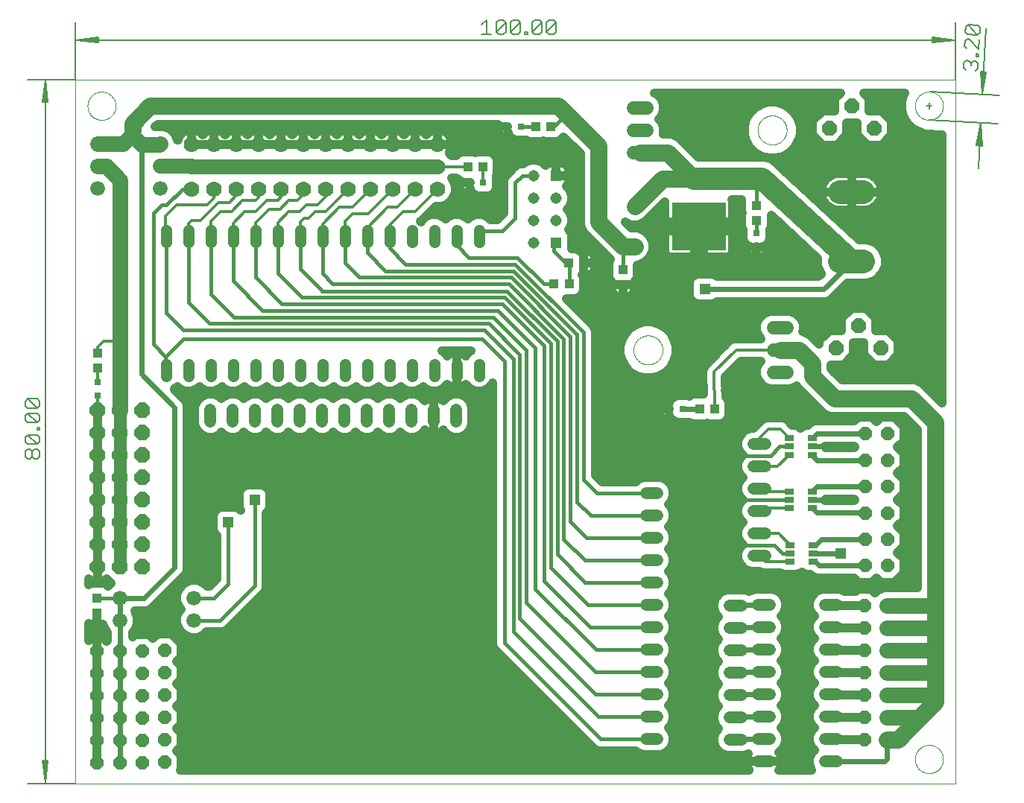
<source format=gtl>
G75*
%MOIN*%
%OFA0B0*%
%FSLAX25Y25*%
%IPPOS*%
%LPD*%
%AMOC8*
5,1,8,0,0,1.08239X$1,22.5*
%
%ADD10C,0.00000*%
%ADD11C,0.00512*%
%ADD12C,0.00600*%
%ADD13R,0.24409X0.21260*%
%ADD14R,0.06299X0.03937*%
%ADD15C,0.05200*%
%ADD16OC8,0.07000*%
%ADD17C,0.07000*%
%ADD18C,0.06600*%
%ADD19R,0.03150X0.03150*%
%ADD20R,0.04331X0.03937*%
%ADD21R,0.03937X0.04331*%
%ADD22R,0.03937X0.02756*%
%ADD23OC8,0.06000*%
%ADD24C,0.05150*%
%ADD25C,0.10630*%
%ADD26OC8,0.06600*%
%ADD27R,0.05150X0.05150*%
%ADD28C,0.05150*%
%ADD29C,0.06000*%
%ADD30C,0.04000*%
%ADD31C,0.01200*%
%ADD32C,0.01600*%
%ADD33C,0.02400*%
%ADD34R,0.04750X0.04750*%
%ADD35C,0.07600*%
%ADD36C,0.07000*%
%ADD37C,0.10000*%
%ADD38C,0.06600*%
%ADD39C,0.05600*%
D10*
X0026060Y0003300D02*
X0026060Y0318261D01*
X0419760Y0318261D01*
X0419760Y0003300D01*
X0026060Y0003300D01*
X0275757Y0197198D02*
X0275759Y0197359D01*
X0275765Y0197519D01*
X0275775Y0197680D01*
X0275789Y0197840D01*
X0275807Y0198000D01*
X0275828Y0198159D01*
X0275854Y0198318D01*
X0275884Y0198476D01*
X0275917Y0198633D01*
X0275955Y0198790D01*
X0275996Y0198945D01*
X0276041Y0199099D01*
X0276090Y0199252D01*
X0276143Y0199404D01*
X0276199Y0199555D01*
X0276260Y0199704D01*
X0276323Y0199852D01*
X0276391Y0199998D01*
X0276462Y0200142D01*
X0276536Y0200284D01*
X0276614Y0200425D01*
X0276696Y0200563D01*
X0276781Y0200700D01*
X0276869Y0200834D01*
X0276961Y0200966D01*
X0277056Y0201096D01*
X0277154Y0201224D01*
X0277255Y0201349D01*
X0277359Y0201471D01*
X0277466Y0201591D01*
X0277576Y0201708D01*
X0277689Y0201823D01*
X0277805Y0201934D01*
X0277924Y0202043D01*
X0278045Y0202148D01*
X0278169Y0202251D01*
X0278295Y0202351D01*
X0278423Y0202447D01*
X0278554Y0202540D01*
X0278688Y0202630D01*
X0278823Y0202717D01*
X0278961Y0202800D01*
X0279100Y0202880D01*
X0279242Y0202956D01*
X0279385Y0203029D01*
X0279530Y0203098D01*
X0279677Y0203164D01*
X0279825Y0203226D01*
X0279975Y0203284D01*
X0280126Y0203339D01*
X0280279Y0203390D01*
X0280433Y0203437D01*
X0280588Y0203480D01*
X0280744Y0203519D01*
X0280900Y0203555D01*
X0281058Y0203586D01*
X0281216Y0203614D01*
X0281375Y0203638D01*
X0281535Y0203658D01*
X0281695Y0203674D01*
X0281855Y0203686D01*
X0282016Y0203694D01*
X0282177Y0203698D01*
X0282337Y0203698D01*
X0282498Y0203694D01*
X0282659Y0203686D01*
X0282819Y0203674D01*
X0282979Y0203658D01*
X0283139Y0203638D01*
X0283298Y0203614D01*
X0283456Y0203586D01*
X0283614Y0203555D01*
X0283770Y0203519D01*
X0283926Y0203480D01*
X0284081Y0203437D01*
X0284235Y0203390D01*
X0284388Y0203339D01*
X0284539Y0203284D01*
X0284689Y0203226D01*
X0284837Y0203164D01*
X0284984Y0203098D01*
X0285129Y0203029D01*
X0285272Y0202956D01*
X0285414Y0202880D01*
X0285553Y0202800D01*
X0285691Y0202717D01*
X0285826Y0202630D01*
X0285960Y0202540D01*
X0286091Y0202447D01*
X0286219Y0202351D01*
X0286345Y0202251D01*
X0286469Y0202148D01*
X0286590Y0202043D01*
X0286709Y0201934D01*
X0286825Y0201823D01*
X0286938Y0201708D01*
X0287048Y0201591D01*
X0287155Y0201471D01*
X0287259Y0201349D01*
X0287360Y0201224D01*
X0287458Y0201096D01*
X0287553Y0200966D01*
X0287645Y0200834D01*
X0287733Y0200700D01*
X0287818Y0200563D01*
X0287900Y0200425D01*
X0287978Y0200284D01*
X0288052Y0200142D01*
X0288123Y0199998D01*
X0288191Y0199852D01*
X0288254Y0199704D01*
X0288315Y0199555D01*
X0288371Y0199404D01*
X0288424Y0199252D01*
X0288473Y0199099D01*
X0288518Y0198945D01*
X0288559Y0198790D01*
X0288597Y0198633D01*
X0288630Y0198476D01*
X0288660Y0198318D01*
X0288686Y0198159D01*
X0288707Y0198000D01*
X0288725Y0197840D01*
X0288739Y0197680D01*
X0288749Y0197519D01*
X0288755Y0197359D01*
X0288757Y0197198D01*
X0288755Y0197037D01*
X0288749Y0196877D01*
X0288739Y0196716D01*
X0288725Y0196556D01*
X0288707Y0196396D01*
X0288686Y0196237D01*
X0288660Y0196078D01*
X0288630Y0195920D01*
X0288597Y0195763D01*
X0288559Y0195606D01*
X0288518Y0195451D01*
X0288473Y0195297D01*
X0288424Y0195144D01*
X0288371Y0194992D01*
X0288315Y0194841D01*
X0288254Y0194692D01*
X0288191Y0194544D01*
X0288123Y0194398D01*
X0288052Y0194254D01*
X0287978Y0194112D01*
X0287900Y0193971D01*
X0287818Y0193833D01*
X0287733Y0193696D01*
X0287645Y0193562D01*
X0287553Y0193430D01*
X0287458Y0193300D01*
X0287360Y0193172D01*
X0287259Y0193047D01*
X0287155Y0192925D01*
X0287048Y0192805D01*
X0286938Y0192688D01*
X0286825Y0192573D01*
X0286709Y0192462D01*
X0286590Y0192353D01*
X0286469Y0192248D01*
X0286345Y0192145D01*
X0286219Y0192045D01*
X0286091Y0191949D01*
X0285960Y0191856D01*
X0285826Y0191766D01*
X0285691Y0191679D01*
X0285553Y0191596D01*
X0285414Y0191516D01*
X0285272Y0191440D01*
X0285129Y0191367D01*
X0284984Y0191298D01*
X0284837Y0191232D01*
X0284689Y0191170D01*
X0284539Y0191112D01*
X0284388Y0191057D01*
X0284235Y0191006D01*
X0284081Y0190959D01*
X0283926Y0190916D01*
X0283770Y0190877D01*
X0283614Y0190841D01*
X0283456Y0190810D01*
X0283298Y0190782D01*
X0283139Y0190758D01*
X0282979Y0190738D01*
X0282819Y0190722D01*
X0282659Y0190710D01*
X0282498Y0190702D01*
X0282337Y0190698D01*
X0282177Y0190698D01*
X0282016Y0190702D01*
X0281855Y0190710D01*
X0281695Y0190722D01*
X0281535Y0190738D01*
X0281375Y0190758D01*
X0281216Y0190782D01*
X0281058Y0190810D01*
X0280900Y0190841D01*
X0280744Y0190877D01*
X0280588Y0190916D01*
X0280433Y0190959D01*
X0280279Y0191006D01*
X0280126Y0191057D01*
X0279975Y0191112D01*
X0279825Y0191170D01*
X0279677Y0191232D01*
X0279530Y0191298D01*
X0279385Y0191367D01*
X0279242Y0191440D01*
X0279100Y0191516D01*
X0278961Y0191596D01*
X0278823Y0191679D01*
X0278688Y0191766D01*
X0278554Y0191856D01*
X0278423Y0191949D01*
X0278295Y0192045D01*
X0278169Y0192145D01*
X0278045Y0192248D01*
X0277924Y0192353D01*
X0277805Y0192462D01*
X0277689Y0192573D01*
X0277576Y0192688D01*
X0277466Y0192805D01*
X0277359Y0192925D01*
X0277255Y0193047D01*
X0277154Y0193172D01*
X0277056Y0193300D01*
X0276961Y0193430D01*
X0276869Y0193562D01*
X0276781Y0193696D01*
X0276696Y0193833D01*
X0276614Y0193971D01*
X0276536Y0194112D01*
X0276462Y0194254D01*
X0276391Y0194398D01*
X0276323Y0194544D01*
X0276260Y0194692D01*
X0276199Y0194841D01*
X0276143Y0194992D01*
X0276090Y0195144D01*
X0276041Y0195297D01*
X0275996Y0195451D01*
X0275955Y0195606D01*
X0275917Y0195763D01*
X0275884Y0195920D01*
X0275854Y0196078D01*
X0275828Y0196237D01*
X0275807Y0196396D01*
X0275789Y0196556D01*
X0275775Y0196716D01*
X0275765Y0196877D01*
X0275759Y0197037D01*
X0275757Y0197198D01*
X0331276Y0295623D02*
X0331278Y0295784D01*
X0331284Y0295944D01*
X0331294Y0296105D01*
X0331308Y0296265D01*
X0331326Y0296425D01*
X0331347Y0296584D01*
X0331373Y0296743D01*
X0331403Y0296901D01*
X0331436Y0297058D01*
X0331474Y0297215D01*
X0331515Y0297370D01*
X0331560Y0297524D01*
X0331609Y0297677D01*
X0331662Y0297829D01*
X0331718Y0297980D01*
X0331779Y0298129D01*
X0331842Y0298277D01*
X0331910Y0298423D01*
X0331981Y0298567D01*
X0332055Y0298709D01*
X0332133Y0298850D01*
X0332215Y0298988D01*
X0332300Y0299125D01*
X0332388Y0299259D01*
X0332480Y0299391D01*
X0332575Y0299521D01*
X0332673Y0299649D01*
X0332774Y0299774D01*
X0332878Y0299896D01*
X0332985Y0300016D01*
X0333095Y0300133D01*
X0333208Y0300248D01*
X0333324Y0300359D01*
X0333443Y0300468D01*
X0333564Y0300573D01*
X0333688Y0300676D01*
X0333814Y0300776D01*
X0333942Y0300872D01*
X0334073Y0300965D01*
X0334207Y0301055D01*
X0334342Y0301142D01*
X0334480Y0301225D01*
X0334619Y0301305D01*
X0334761Y0301381D01*
X0334904Y0301454D01*
X0335049Y0301523D01*
X0335196Y0301589D01*
X0335344Y0301651D01*
X0335494Y0301709D01*
X0335645Y0301764D01*
X0335798Y0301815D01*
X0335952Y0301862D01*
X0336107Y0301905D01*
X0336263Y0301944D01*
X0336419Y0301980D01*
X0336577Y0302011D01*
X0336735Y0302039D01*
X0336894Y0302063D01*
X0337054Y0302083D01*
X0337214Y0302099D01*
X0337374Y0302111D01*
X0337535Y0302119D01*
X0337696Y0302123D01*
X0337856Y0302123D01*
X0338017Y0302119D01*
X0338178Y0302111D01*
X0338338Y0302099D01*
X0338498Y0302083D01*
X0338658Y0302063D01*
X0338817Y0302039D01*
X0338975Y0302011D01*
X0339133Y0301980D01*
X0339289Y0301944D01*
X0339445Y0301905D01*
X0339600Y0301862D01*
X0339754Y0301815D01*
X0339907Y0301764D01*
X0340058Y0301709D01*
X0340208Y0301651D01*
X0340356Y0301589D01*
X0340503Y0301523D01*
X0340648Y0301454D01*
X0340791Y0301381D01*
X0340933Y0301305D01*
X0341072Y0301225D01*
X0341210Y0301142D01*
X0341345Y0301055D01*
X0341479Y0300965D01*
X0341610Y0300872D01*
X0341738Y0300776D01*
X0341864Y0300676D01*
X0341988Y0300573D01*
X0342109Y0300468D01*
X0342228Y0300359D01*
X0342344Y0300248D01*
X0342457Y0300133D01*
X0342567Y0300016D01*
X0342674Y0299896D01*
X0342778Y0299774D01*
X0342879Y0299649D01*
X0342977Y0299521D01*
X0343072Y0299391D01*
X0343164Y0299259D01*
X0343252Y0299125D01*
X0343337Y0298988D01*
X0343419Y0298850D01*
X0343497Y0298709D01*
X0343571Y0298567D01*
X0343642Y0298423D01*
X0343710Y0298277D01*
X0343773Y0298129D01*
X0343834Y0297980D01*
X0343890Y0297829D01*
X0343943Y0297677D01*
X0343992Y0297524D01*
X0344037Y0297370D01*
X0344078Y0297215D01*
X0344116Y0297058D01*
X0344149Y0296901D01*
X0344179Y0296743D01*
X0344205Y0296584D01*
X0344226Y0296425D01*
X0344244Y0296265D01*
X0344258Y0296105D01*
X0344268Y0295944D01*
X0344274Y0295784D01*
X0344276Y0295623D01*
X0344274Y0295462D01*
X0344268Y0295302D01*
X0344258Y0295141D01*
X0344244Y0294981D01*
X0344226Y0294821D01*
X0344205Y0294662D01*
X0344179Y0294503D01*
X0344149Y0294345D01*
X0344116Y0294188D01*
X0344078Y0294031D01*
X0344037Y0293876D01*
X0343992Y0293722D01*
X0343943Y0293569D01*
X0343890Y0293417D01*
X0343834Y0293266D01*
X0343773Y0293117D01*
X0343710Y0292969D01*
X0343642Y0292823D01*
X0343571Y0292679D01*
X0343497Y0292537D01*
X0343419Y0292396D01*
X0343337Y0292258D01*
X0343252Y0292121D01*
X0343164Y0291987D01*
X0343072Y0291855D01*
X0342977Y0291725D01*
X0342879Y0291597D01*
X0342778Y0291472D01*
X0342674Y0291350D01*
X0342567Y0291230D01*
X0342457Y0291113D01*
X0342344Y0290998D01*
X0342228Y0290887D01*
X0342109Y0290778D01*
X0341988Y0290673D01*
X0341864Y0290570D01*
X0341738Y0290470D01*
X0341610Y0290374D01*
X0341479Y0290281D01*
X0341345Y0290191D01*
X0341210Y0290104D01*
X0341072Y0290021D01*
X0340933Y0289941D01*
X0340791Y0289865D01*
X0340648Y0289792D01*
X0340503Y0289723D01*
X0340356Y0289657D01*
X0340208Y0289595D01*
X0340058Y0289537D01*
X0339907Y0289482D01*
X0339754Y0289431D01*
X0339600Y0289384D01*
X0339445Y0289341D01*
X0339289Y0289302D01*
X0339133Y0289266D01*
X0338975Y0289235D01*
X0338817Y0289207D01*
X0338658Y0289183D01*
X0338498Y0289163D01*
X0338338Y0289147D01*
X0338178Y0289135D01*
X0338017Y0289127D01*
X0337856Y0289123D01*
X0337696Y0289123D01*
X0337535Y0289127D01*
X0337374Y0289135D01*
X0337214Y0289147D01*
X0337054Y0289163D01*
X0336894Y0289183D01*
X0336735Y0289207D01*
X0336577Y0289235D01*
X0336419Y0289266D01*
X0336263Y0289302D01*
X0336107Y0289341D01*
X0335952Y0289384D01*
X0335798Y0289431D01*
X0335645Y0289482D01*
X0335494Y0289537D01*
X0335344Y0289595D01*
X0335196Y0289657D01*
X0335049Y0289723D01*
X0334904Y0289792D01*
X0334761Y0289865D01*
X0334619Y0289941D01*
X0334480Y0290021D01*
X0334342Y0290104D01*
X0334207Y0290191D01*
X0334073Y0290281D01*
X0333942Y0290374D01*
X0333814Y0290470D01*
X0333688Y0290570D01*
X0333564Y0290673D01*
X0333443Y0290778D01*
X0333324Y0290887D01*
X0333208Y0290998D01*
X0333095Y0291113D01*
X0332985Y0291230D01*
X0332878Y0291350D01*
X0332774Y0291472D01*
X0332673Y0291597D01*
X0332575Y0291725D01*
X0332480Y0291855D01*
X0332388Y0291987D01*
X0332300Y0292121D01*
X0332215Y0292258D01*
X0332133Y0292396D01*
X0332055Y0292537D01*
X0331981Y0292679D01*
X0331910Y0292823D01*
X0331842Y0292969D01*
X0331779Y0293117D01*
X0331718Y0293266D01*
X0331662Y0293417D01*
X0331609Y0293569D01*
X0331560Y0293722D01*
X0331515Y0293876D01*
X0331474Y0294031D01*
X0331436Y0294188D01*
X0331403Y0294345D01*
X0331373Y0294503D01*
X0331347Y0294662D01*
X0331326Y0294821D01*
X0331308Y0294981D01*
X0331294Y0295141D01*
X0331284Y0295302D01*
X0331278Y0295462D01*
X0331276Y0295623D01*
X0401650Y0306450D02*
X0401652Y0306608D01*
X0401658Y0306766D01*
X0401668Y0306924D01*
X0401682Y0307082D01*
X0401700Y0307239D01*
X0401721Y0307396D01*
X0401747Y0307552D01*
X0401777Y0307708D01*
X0401810Y0307863D01*
X0401848Y0308016D01*
X0401889Y0308169D01*
X0401934Y0308321D01*
X0401983Y0308472D01*
X0402036Y0308621D01*
X0402092Y0308769D01*
X0402152Y0308915D01*
X0402216Y0309060D01*
X0402284Y0309203D01*
X0402355Y0309345D01*
X0402429Y0309485D01*
X0402507Y0309622D01*
X0402589Y0309758D01*
X0402673Y0309892D01*
X0402762Y0310023D01*
X0402853Y0310152D01*
X0402948Y0310279D01*
X0403045Y0310404D01*
X0403146Y0310526D01*
X0403250Y0310645D01*
X0403357Y0310762D01*
X0403467Y0310876D01*
X0403580Y0310987D01*
X0403695Y0311096D01*
X0403813Y0311201D01*
X0403934Y0311303D01*
X0404057Y0311403D01*
X0404183Y0311499D01*
X0404311Y0311592D01*
X0404441Y0311682D01*
X0404574Y0311768D01*
X0404709Y0311852D01*
X0404845Y0311931D01*
X0404984Y0312008D01*
X0405125Y0312080D01*
X0405267Y0312150D01*
X0405411Y0312215D01*
X0405557Y0312277D01*
X0405704Y0312335D01*
X0405853Y0312390D01*
X0406003Y0312441D01*
X0406154Y0312488D01*
X0406306Y0312531D01*
X0406459Y0312570D01*
X0406614Y0312606D01*
X0406769Y0312637D01*
X0406925Y0312665D01*
X0407081Y0312689D01*
X0407238Y0312709D01*
X0407396Y0312725D01*
X0407553Y0312737D01*
X0407712Y0312745D01*
X0407870Y0312749D01*
X0408028Y0312749D01*
X0408186Y0312745D01*
X0408345Y0312737D01*
X0408502Y0312725D01*
X0408660Y0312709D01*
X0408817Y0312689D01*
X0408973Y0312665D01*
X0409129Y0312637D01*
X0409284Y0312606D01*
X0409439Y0312570D01*
X0409592Y0312531D01*
X0409744Y0312488D01*
X0409895Y0312441D01*
X0410045Y0312390D01*
X0410194Y0312335D01*
X0410341Y0312277D01*
X0410487Y0312215D01*
X0410631Y0312150D01*
X0410773Y0312080D01*
X0410914Y0312008D01*
X0411053Y0311931D01*
X0411189Y0311852D01*
X0411324Y0311768D01*
X0411457Y0311682D01*
X0411587Y0311592D01*
X0411715Y0311499D01*
X0411841Y0311403D01*
X0411964Y0311303D01*
X0412085Y0311201D01*
X0412203Y0311096D01*
X0412318Y0310987D01*
X0412431Y0310876D01*
X0412541Y0310762D01*
X0412648Y0310645D01*
X0412752Y0310526D01*
X0412853Y0310404D01*
X0412950Y0310279D01*
X0413045Y0310152D01*
X0413136Y0310023D01*
X0413225Y0309892D01*
X0413309Y0309758D01*
X0413391Y0309622D01*
X0413469Y0309485D01*
X0413543Y0309345D01*
X0413614Y0309203D01*
X0413682Y0309060D01*
X0413746Y0308915D01*
X0413806Y0308769D01*
X0413862Y0308621D01*
X0413915Y0308472D01*
X0413964Y0308321D01*
X0414009Y0308169D01*
X0414050Y0308016D01*
X0414088Y0307863D01*
X0414121Y0307708D01*
X0414151Y0307552D01*
X0414177Y0307396D01*
X0414198Y0307239D01*
X0414216Y0307082D01*
X0414230Y0306924D01*
X0414240Y0306766D01*
X0414246Y0306608D01*
X0414248Y0306450D01*
X0414246Y0306292D01*
X0414240Y0306134D01*
X0414230Y0305976D01*
X0414216Y0305818D01*
X0414198Y0305661D01*
X0414177Y0305504D01*
X0414151Y0305348D01*
X0414121Y0305192D01*
X0414088Y0305037D01*
X0414050Y0304884D01*
X0414009Y0304731D01*
X0413964Y0304579D01*
X0413915Y0304428D01*
X0413862Y0304279D01*
X0413806Y0304131D01*
X0413746Y0303985D01*
X0413682Y0303840D01*
X0413614Y0303697D01*
X0413543Y0303555D01*
X0413469Y0303415D01*
X0413391Y0303278D01*
X0413309Y0303142D01*
X0413225Y0303008D01*
X0413136Y0302877D01*
X0413045Y0302748D01*
X0412950Y0302621D01*
X0412853Y0302496D01*
X0412752Y0302374D01*
X0412648Y0302255D01*
X0412541Y0302138D01*
X0412431Y0302024D01*
X0412318Y0301913D01*
X0412203Y0301804D01*
X0412085Y0301699D01*
X0411964Y0301597D01*
X0411841Y0301497D01*
X0411715Y0301401D01*
X0411587Y0301308D01*
X0411457Y0301218D01*
X0411324Y0301132D01*
X0411189Y0301048D01*
X0411053Y0300969D01*
X0410914Y0300892D01*
X0410773Y0300820D01*
X0410631Y0300750D01*
X0410487Y0300685D01*
X0410341Y0300623D01*
X0410194Y0300565D01*
X0410045Y0300510D01*
X0409895Y0300459D01*
X0409744Y0300412D01*
X0409592Y0300369D01*
X0409439Y0300330D01*
X0409284Y0300294D01*
X0409129Y0300263D01*
X0408973Y0300235D01*
X0408817Y0300211D01*
X0408660Y0300191D01*
X0408502Y0300175D01*
X0408345Y0300163D01*
X0408186Y0300155D01*
X0408028Y0300151D01*
X0407870Y0300151D01*
X0407712Y0300155D01*
X0407553Y0300163D01*
X0407396Y0300175D01*
X0407238Y0300191D01*
X0407081Y0300211D01*
X0406925Y0300235D01*
X0406769Y0300263D01*
X0406614Y0300294D01*
X0406459Y0300330D01*
X0406306Y0300369D01*
X0406154Y0300412D01*
X0406003Y0300459D01*
X0405853Y0300510D01*
X0405704Y0300565D01*
X0405557Y0300623D01*
X0405411Y0300685D01*
X0405267Y0300750D01*
X0405125Y0300820D01*
X0404984Y0300892D01*
X0404845Y0300969D01*
X0404709Y0301048D01*
X0404574Y0301132D01*
X0404441Y0301218D01*
X0404311Y0301308D01*
X0404183Y0301401D01*
X0404057Y0301497D01*
X0403934Y0301597D01*
X0403813Y0301699D01*
X0403695Y0301804D01*
X0403580Y0301913D01*
X0403467Y0302024D01*
X0403357Y0302138D01*
X0403250Y0302255D01*
X0403146Y0302374D01*
X0403045Y0302496D01*
X0402948Y0302621D01*
X0402853Y0302748D01*
X0402762Y0302877D01*
X0402673Y0303008D01*
X0402589Y0303142D01*
X0402507Y0303278D01*
X0402429Y0303415D01*
X0402355Y0303555D01*
X0402284Y0303697D01*
X0402216Y0303840D01*
X0402152Y0303985D01*
X0402092Y0304131D01*
X0402036Y0304279D01*
X0401983Y0304428D01*
X0401934Y0304579D01*
X0401889Y0304731D01*
X0401848Y0304884D01*
X0401810Y0305037D01*
X0401777Y0305192D01*
X0401747Y0305348D01*
X0401721Y0305504D01*
X0401700Y0305661D01*
X0401682Y0305818D01*
X0401668Y0305976D01*
X0401658Y0306134D01*
X0401652Y0306292D01*
X0401650Y0306450D01*
X0031572Y0306450D02*
X0031574Y0306608D01*
X0031580Y0306766D01*
X0031590Y0306924D01*
X0031604Y0307082D01*
X0031622Y0307239D01*
X0031643Y0307396D01*
X0031669Y0307552D01*
X0031699Y0307708D01*
X0031732Y0307863D01*
X0031770Y0308016D01*
X0031811Y0308169D01*
X0031856Y0308321D01*
X0031905Y0308472D01*
X0031958Y0308621D01*
X0032014Y0308769D01*
X0032074Y0308915D01*
X0032138Y0309060D01*
X0032206Y0309203D01*
X0032277Y0309345D01*
X0032351Y0309485D01*
X0032429Y0309622D01*
X0032511Y0309758D01*
X0032595Y0309892D01*
X0032684Y0310023D01*
X0032775Y0310152D01*
X0032870Y0310279D01*
X0032967Y0310404D01*
X0033068Y0310526D01*
X0033172Y0310645D01*
X0033279Y0310762D01*
X0033389Y0310876D01*
X0033502Y0310987D01*
X0033617Y0311096D01*
X0033735Y0311201D01*
X0033856Y0311303D01*
X0033979Y0311403D01*
X0034105Y0311499D01*
X0034233Y0311592D01*
X0034363Y0311682D01*
X0034496Y0311768D01*
X0034631Y0311852D01*
X0034767Y0311931D01*
X0034906Y0312008D01*
X0035047Y0312080D01*
X0035189Y0312150D01*
X0035333Y0312215D01*
X0035479Y0312277D01*
X0035626Y0312335D01*
X0035775Y0312390D01*
X0035925Y0312441D01*
X0036076Y0312488D01*
X0036228Y0312531D01*
X0036381Y0312570D01*
X0036536Y0312606D01*
X0036691Y0312637D01*
X0036847Y0312665D01*
X0037003Y0312689D01*
X0037160Y0312709D01*
X0037318Y0312725D01*
X0037475Y0312737D01*
X0037634Y0312745D01*
X0037792Y0312749D01*
X0037950Y0312749D01*
X0038108Y0312745D01*
X0038267Y0312737D01*
X0038424Y0312725D01*
X0038582Y0312709D01*
X0038739Y0312689D01*
X0038895Y0312665D01*
X0039051Y0312637D01*
X0039206Y0312606D01*
X0039361Y0312570D01*
X0039514Y0312531D01*
X0039666Y0312488D01*
X0039817Y0312441D01*
X0039967Y0312390D01*
X0040116Y0312335D01*
X0040263Y0312277D01*
X0040409Y0312215D01*
X0040553Y0312150D01*
X0040695Y0312080D01*
X0040836Y0312008D01*
X0040975Y0311931D01*
X0041111Y0311852D01*
X0041246Y0311768D01*
X0041379Y0311682D01*
X0041509Y0311592D01*
X0041637Y0311499D01*
X0041763Y0311403D01*
X0041886Y0311303D01*
X0042007Y0311201D01*
X0042125Y0311096D01*
X0042240Y0310987D01*
X0042353Y0310876D01*
X0042463Y0310762D01*
X0042570Y0310645D01*
X0042674Y0310526D01*
X0042775Y0310404D01*
X0042872Y0310279D01*
X0042967Y0310152D01*
X0043058Y0310023D01*
X0043147Y0309892D01*
X0043231Y0309758D01*
X0043313Y0309622D01*
X0043391Y0309485D01*
X0043465Y0309345D01*
X0043536Y0309203D01*
X0043604Y0309060D01*
X0043668Y0308915D01*
X0043728Y0308769D01*
X0043784Y0308621D01*
X0043837Y0308472D01*
X0043886Y0308321D01*
X0043931Y0308169D01*
X0043972Y0308016D01*
X0044010Y0307863D01*
X0044043Y0307708D01*
X0044073Y0307552D01*
X0044099Y0307396D01*
X0044120Y0307239D01*
X0044138Y0307082D01*
X0044152Y0306924D01*
X0044162Y0306766D01*
X0044168Y0306608D01*
X0044170Y0306450D01*
X0044168Y0306292D01*
X0044162Y0306134D01*
X0044152Y0305976D01*
X0044138Y0305818D01*
X0044120Y0305661D01*
X0044099Y0305504D01*
X0044073Y0305348D01*
X0044043Y0305192D01*
X0044010Y0305037D01*
X0043972Y0304884D01*
X0043931Y0304731D01*
X0043886Y0304579D01*
X0043837Y0304428D01*
X0043784Y0304279D01*
X0043728Y0304131D01*
X0043668Y0303985D01*
X0043604Y0303840D01*
X0043536Y0303697D01*
X0043465Y0303555D01*
X0043391Y0303415D01*
X0043313Y0303278D01*
X0043231Y0303142D01*
X0043147Y0303008D01*
X0043058Y0302877D01*
X0042967Y0302748D01*
X0042872Y0302621D01*
X0042775Y0302496D01*
X0042674Y0302374D01*
X0042570Y0302255D01*
X0042463Y0302138D01*
X0042353Y0302024D01*
X0042240Y0301913D01*
X0042125Y0301804D01*
X0042007Y0301699D01*
X0041886Y0301597D01*
X0041763Y0301497D01*
X0041637Y0301401D01*
X0041509Y0301308D01*
X0041379Y0301218D01*
X0041246Y0301132D01*
X0041111Y0301048D01*
X0040975Y0300969D01*
X0040836Y0300892D01*
X0040695Y0300820D01*
X0040553Y0300750D01*
X0040409Y0300685D01*
X0040263Y0300623D01*
X0040116Y0300565D01*
X0039967Y0300510D01*
X0039817Y0300459D01*
X0039666Y0300412D01*
X0039514Y0300369D01*
X0039361Y0300330D01*
X0039206Y0300294D01*
X0039051Y0300263D01*
X0038895Y0300235D01*
X0038739Y0300211D01*
X0038582Y0300191D01*
X0038424Y0300175D01*
X0038267Y0300163D01*
X0038108Y0300155D01*
X0037950Y0300151D01*
X0037792Y0300151D01*
X0037634Y0300155D01*
X0037475Y0300163D01*
X0037318Y0300175D01*
X0037160Y0300191D01*
X0037003Y0300211D01*
X0036847Y0300235D01*
X0036691Y0300263D01*
X0036536Y0300294D01*
X0036381Y0300330D01*
X0036228Y0300369D01*
X0036076Y0300412D01*
X0035925Y0300459D01*
X0035775Y0300510D01*
X0035626Y0300565D01*
X0035479Y0300623D01*
X0035333Y0300685D01*
X0035189Y0300750D01*
X0035047Y0300820D01*
X0034906Y0300892D01*
X0034767Y0300969D01*
X0034631Y0301048D01*
X0034496Y0301132D01*
X0034363Y0301218D01*
X0034233Y0301308D01*
X0034105Y0301401D01*
X0033979Y0301497D01*
X0033856Y0301597D01*
X0033735Y0301699D01*
X0033617Y0301804D01*
X0033502Y0301913D01*
X0033389Y0302024D01*
X0033279Y0302138D01*
X0033172Y0302255D01*
X0033068Y0302374D01*
X0032967Y0302496D01*
X0032870Y0302621D01*
X0032775Y0302748D01*
X0032684Y0302877D01*
X0032595Y0303008D01*
X0032511Y0303142D01*
X0032429Y0303278D01*
X0032351Y0303415D01*
X0032277Y0303555D01*
X0032206Y0303697D01*
X0032138Y0303840D01*
X0032074Y0303985D01*
X0032014Y0304131D01*
X0031958Y0304279D01*
X0031905Y0304428D01*
X0031856Y0304579D01*
X0031811Y0304731D01*
X0031770Y0304884D01*
X0031732Y0305037D01*
X0031699Y0305192D01*
X0031669Y0305348D01*
X0031643Y0305504D01*
X0031622Y0305661D01*
X0031604Y0305818D01*
X0031590Y0305976D01*
X0031580Y0306134D01*
X0031574Y0306292D01*
X0031572Y0306450D01*
X0401650Y0014127D02*
X0401652Y0014285D01*
X0401658Y0014443D01*
X0401668Y0014601D01*
X0401682Y0014759D01*
X0401700Y0014916D01*
X0401721Y0015073D01*
X0401747Y0015229D01*
X0401777Y0015385D01*
X0401810Y0015540D01*
X0401848Y0015693D01*
X0401889Y0015846D01*
X0401934Y0015998D01*
X0401983Y0016149D01*
X0402036Y0016298D01*
X0402092Y0016446D01*
X0402152Y0016592D01*
X0402216Y0016737D01*
X0402284Y0016880D01*
X0402355Y0017022D01*
X0402429Y0017162D01*
X0402507Y0017299D01*
X0402589Y0017435D01*
X0402673Y0017569D01*
X0402762Y0017700D01*
X0402853Y0017829D01*
X0402948Y0017956D01*
X0403045Y0018081D01*
X0403146Y0018203D01*
X0403250Y0018322D01*
X0403357Y0018439D01*
X0403467Y0018553D01*
X0403580Y0018664D01*
X0403695Y0018773D01*
X0403813Y0018878D01*
X0403934Y0018980D01*
X0404057Y0019080D01*
X0404183Y0019176D01*
X0404311Y0019269D01*
X0404441Y0019359D01*
X0404574Y0019445D01*
X0404709Y0019529D01*
X0404845Y0019608D01*
X0404984Y0019685D01*
X0405125Y0019757D01*
X0405267Y0019827D01*
X0405411Y0019892D01*
X0405557Y0019954D01*
X0405704Y0020012D01*
X0405853Y0020067D01*
X0406003Y0020118D01*
X0406154Y0020165D01*
X0406306Y0020208D01*
X0406459Y0020247D01*
X0406614Y0020283D01*
X0406769Y0020314D01*
X0406925Y0020342D01*
X0407081Y0020366D01*
X0407238Y0020386D01*
X0407396Y0020402D01*
X0407553Y0020414D01*
X0407712Y0020422D01*
X0407870Y0020426D01*
X0408028Y0020426D01*
X0408186Y0020422D01*
X0408345Y0020414D01*
X0408502Y0020402D01*
X0408660Y0020386D01*
X0408817Y0020366D01*
X0408973Y0020342D01*
X0409129Y0020314D01*
X0409284Y0020283D01*
X0409439Y0020247D01*
X0409592Y0020208D01*
X0409744Y0020165D01*
X0409895Y0020118D01*
X0410045Y0020067D01*
X0410194Y0020012D01*
X0410341Y0019954D01*
X0410487Y0019892D01*
X0410631Y0019827D01*
X0410773Y0019757D01*
X0410914Y0019685D01*
X0411053Y0019608D01*
X0411189Y0019529D01*
X0411324Y0019445D01*
X0411457Y0019359D01*
X0411587Y0019269D01*
X0411715Y0019176D01*
X0411841Y0019080D01*
X0411964Y0018980D01*
X0412085Y0018878D01*
X0412203Y0018773D01*
X0412318Y0018664D01*
X0412431Y0018553D01*
X0412541Y0018439D01*
X0412648Y0018322D01*
X0412752Y0018203D01*
X0412853Y0018081D01*
X0412950Y0017956D01*
X0413045Y0017829D01*
X0413136Y0017700D01*
X0413225Y0017569D01*
X0413309Y0017435D01*
X0413391Y0017299D01*
X0413469Y0017162D01*
X0413543Y0017022D01*
X0413614Y0016880D01*
X0413682Y0016737D01*
X0413746Y0016592D01*
X0413806Y0016446D01*
X0413862Y0016298D01*
X0413915Y0016149D01*
X0413964Y0015998D01*
X0414009Y0015846D01*
X0414050Y0015693D01*
X0414088Y0015540D01*
X0414121Y0015385D01*
X0414151Y0015229D01*
X0414177Y0015073D01*
X0414198Y0014916D01*
X0414216Y0014759D01*
X0414230Y0014601D01*
X0414240Y0014443D01*
X0414246Y0014285D01*
X0414248Y0014127D01*
X0414246Y0013969D01*
X0414240Y0013811D01*
X0414230Y0013653D01*
X0414216Y0013495D01*
X0414198Y0013338D01*
X0414177Y0013181D01*
X0414151Y0013025D01*
X0414121Y0012869D01*
X0414088Y0012714D01*
X0414050Y0012561D01*
X0414009Y0012408D01*
X0413964Y0012256D01*
X0413915Y0012105D01*
X0413862Y0011956D01*
X0413806Y0011808D01*
X0413746Y0011662D01*
X0413682Y0011517D01*
X0413614Y0011374D01*
X0413543Y0011232D01*
X0413469Y0011092D01*
X0413391Y0010955D01*
X0413309Y0010819D01*
X0413225Y0010685D01*
X0413136Y0010554D01*
X0413045Y0010425D01*
X0412950Y0010298D01*
X0412853Y0010173D01*
X0412752Y0010051D01*
X0412648Y0009932D01*
X0412541Y0009815D01*
X0412431Y0009701D01*
X0412318Y0009590D01*
X0412203Y0009481D01*
X0412085Y0009376D01*
X0411964Y0009274D01*
X0411841Y0009174D01*
X0411715Y0009078D01*
X0411587Y0008985D01*
X0411457Y0008895D01*
X0411324Y0008809D01*
X0411189Y0008725D01*
X0411053Y0008646D01*
X0410914Y0008569D01*
X0410773Y0008497D01*
X0410631Y0008427D01*
X0410487Y0008362D01*
X0410341Y0008300D01*
X0410194Y0008242D01*
X0410045Y0008187D01*
X0409895Y0008136D01*
X0409744Y0008089D01*
X0409592Y0008046D01*
X0409439Y0008007D01*
X0409284Y0007971D01*
X0409129Y0007940D01*
X0408973Y0007912D01*
X0408817Y0007888D01*
X0408660Y0007868D01*
X0408502Y0007852D01*
X0408345Y0007840D01*
X0408186Y0007832D01*
X0408028Y0007828D01*
X0407870Y0007828D01*
X0407712Y0007832D01*
X0407553Y0007840D01*
X0407396Y0007852D01*
X0407238Y0007868D01*
X0407081Y0007888D01*
X0406925Y0007912D01*
X0406769Y0007940D01*
X0406614Y0007971D01*
X0406459Y0008007D01*
X0406306Y0008046D01*
X0406154Y0008089D01*
X0406003Y0008136D01*
X0405853Y0008187D01*
X0405704Y0008242D01*
X0405557Y0008300D01*
X0405411Y0008362D01*
X0405267Y0008427D01*
X0405125Y0008497D01*
X0404984Y0008569D01*
X0404845Y0008646D01*
X0404709Y0008725D01*
X0404574Y0008809D01*
X0404441Y0008895D01*
X0404311Y0008985D01*
X0404183Y0009078D01*
X0404057Y0009174D01*
X0403934Y0009274D01*
X0403813Y0009376D01*
X0403695Y0009481D01*
X0403580Y0009590D01*
X0403467Y0009701D01*
X0403357Y0009815D01*
X0403250Y0009932D01*
X0403146Y0010051D01*
X0403045Y0010173D01*
X0402948Y0010298D01*
X0402853Y0010425D01*
X0402762Y0010554D01*
X0402673Y0010685D01*
X0402589Y0010819D01*
X0402507Y0010955D01*
X0402429Y0011092D01*
X0402355Y0011232D01*
X0402284Y0011374D01*
X0402216Y0011517D01*
X0402152Y0011662D01*
X0402092Y0011808D01*
X0402036Y0011956D01*
X0401983Y0012105D01*
X0401934Y0012256D01*
X0401889Y0012408D01*
X0401848Y0012561D01*
X0401810Y0012714D01*
X0401777Y0012869D01*
X0401747Y0013025D01*
X0401721Y0013181D01*
X0401700Y0013338D01*
X0401682Y0013495D01*
X0401668Y0013653D01*
X0401658Y0013811D01*
X0401652Y0013969D01*
X0401650Y0014127D01*
D11*
X0026060Y0003300D02*
X0004918Y0003300D01*
X0012595Y0003556D02*
X0013619Y0013536D01*
X0013852Y0013536D02*
X0012595Y0003556D01*
X0011572Y0013536D01*
X0011338Y0013536D02*
X0013852Y0013536D01*
X0013107Y0013536D02*
X0012595Y0003556D01*
X0012083Y0013536D01*
X0011338Y0013536D02*
X0012595Y0003556D01*
X0012595Y0318005D01*
X0013619Y0308024D01*
X0013852Y0308024D02*
X0012595Y0318005D01*
X0011572Y0308024D01*
X0011338Y0308024D02*
X0013852Y0308024D01*
X0013107Y0308024D02*
X0012595Y0318005D01*
X0012083Y0308024D01*
X0011338Y0308024D02*
X0012595Y0318005D01*
X0004918Y0318261D02*
X0026060Y0318261D01*
X0026060Y0343654D01*
X0026316Y0335977D02*
X0036296Y0334954D01*
X0036296Y0334720D02*
X0026316Y0335977D01*
X0036296Y0337001D01*
X0036296Y0337234D02*
X0036296Y0334720D01*
X0036296Y0335465D02*
X0026316Y0335977D01*
X0036296Y0336489D01*
X0036296Y0337234D02*
X0026316Y0335977D01*
X0419505Y0335977D01*
X0409524Y0334954D01*
X0409524Y0334720D02*
X0419505Y0335977D01*
X0409524Y0337001D01*
X0409524Y0337234D02*
X0409524Y0334720D01*
X0409524Y0335465D02*
X0419505Y0335977D01*
X0409524Y0336489D01*
X0409524Y0337234D02*
X0419505Y0335977D01*
X0419760Y0343654D02*
X0419760Y0318261D01*
X0430973Y0321781D02*
X0431697Y0311748D01*
X0433250Y0321660D01*
X0433483Y0321648D02*
X0431697Y0311748D01*
X0431206Y0321769D01*
X0430973Y0321781D02*
X0433483Y0321648D01*
X0432739Y0321687D02*
X0431697Y0311748D01*
X0431717Y0321742D01*
X0431697Y0311748D02*
X0433266Y0341190D01*
X0439349Y0311084D02*
X0408285Y0312740D01*
X0407949Y0307706D02*
X0407949Y0305193D01*
X0406693Y0306450D02*
X0409206Y0306450D01*
X0407614Y0300159D02*
X0438679Y0298504D01*
X0430999Y0298657D02*
X0431490Y0288636D01*
X0431723Y0288624D02*
X0430999Y0298657D01*
X0429445Y0288745D01*
X0429212Y0288757D02*
X0431723Y0288624D01*
X0430979Y0288663D02*
X0430999Y0298657D01*
X0429956Y0288718D01*
X0429212Y0288757D02*
X0430999Y0298657D01*
X0429923Y0278469D01*
D12*
X0428620Y0322208D02*
X0429744Y0323217D01*
X0429859Y0325349D01*
X0428851Y0326472D01*
X0427785Y0326530D01*
X0426661Y0325522D01*
X0426603Y0324456D01*
X0426661Y0325522D02*
X0425653Y0326646D01*
X0424587Y0326703D01*
X0423463Y0325695D01*
X0423347Y0323563D01*
X0424356Y0322439D01*
X0428968Y0328644D02*
X0429026Y0329710D01*
X0430092Y0329653D01*
X0430034Y0328587D01*
X0428968Y0328644D01*
X0430209Y0331805D02*
X0426176Y0336300D01*
X0425109Y0336357D01*
X0423986Y0335349D01*
X0423870Y0333217D01*
X0424879Y0332093D01*
X0430209Y0331805D02*
X0430440Y0336069D01*
X0429491Y0338298D02*
X0425227Y0338529D01*
X0424219Y0339653D01*
X0424334Y0341785D01*
X0425458Y0342793D01*
X0429491Y0338298D01*
X0430615Y0339307D01*
X0430730Y0341439D01*
X0429722Y0342563D01*
X0425458Y0342793D01*
X0241164Y0343877D02*
X0241164Y0339607D01*
X0240096Y0338539D01*
X0237961Y0338539D01*
X0236893Y0339607D01*
X0241164Y0343877D01*
X0240096Y0344944D01*
X0237961Y0344944D01*
X0236893Y0343877D01*
X0236893Y0339607D01*
X0234718Y0339607D02*
X0233650Y0338539D01*
X0231515Y0338539D01*
X0230448Y0339607D01*
X0234718Y0343877D01*
X0234718Y0339607D01*
X0234718Y0343877D02*
X0233650Y0344944D01*
X0231515Y0344944D01*
X0230448Y0343877D01*
X0230448Y0339607D01*
X0228293Y0339607D02*
X0228293Y0338539D01*
X0227225Y0338539D01*
X0227225Y0339607D01*
X0228293Y0339607D01*
X0225050Y0339607D02*
X0223982Y0338539D01*
X0221847Y0338539D01*
X0220780Y0339607D01*
X0225050Y0343877D01*
X0225050Y0339607D01*
X0225050Y0343877D02*
X0223982Y0344944D01*
X0221847Y0344944D01*
X0220780Y0343877D01*
X0220780Y0339607D01*
X0218604Y0339607D02*
X0218604Y0343877D01*
X0214334Y0339607D01*
X0215402Y0338539D01*
X0217537Y0338539D01*
X0218604Y0339607D01*
X0218604Y0343877D02*
X0217537Y0344944D01*
X0215402Y0344944D01*
X0214334Y0343877D01*
X0214334Y0339607D01*
X0212159Y0338539D02*
X0207889Y0338539D01*
X0210024Y0338539D02*
X0210024Y0344944D01*
X0207889Y0342809D01*
X0010033Y0174314D02*
X0008966Y0175382D01*
X0004695Y0175382D01*
X0008966Y0171112D01*
X0010033Y0172179D01*
X0010033Y0174314D01*
X0008966Y0171112D02*
X0004695Y0171112D01*
X0003628Y0172179D01*
X0003628Y0174314D01*
X0004695Y0175382D01*
X0004695Y0168937D02*
X0008966Y0164666D01*
X0010033Y0165734D01*
X0010033Y0167869D01*
X0008966Y0168937D01*
X0004695Y0168937D01*
X0003628Y0167869D01*
X0003628Y0165734D01*
X0004695Y0164666D01*
X0008966Y0164666D01*
X0008966Y0162511D02*
X0010033Y0162511D01*
X0010033Y0161443D01*
X0008966Y0161443D01*
X0008966Y0162511D01*
X0008966Y0159268D02*
X0004695Y0159268D01*
X0008966Y0154998D01*
X0010033Y0156066D01*
X0010033Y0158201D01*
X0008966Y0159268D01*
X0008966Y0154998D02*
X0004695Y0154998D01*
X0003628Y0156066D01*
X0003628Y0158201D01*
X0004695Y0159268D01*
X0004695Y0152823D02*
X0005763Y0152823D01*
X0006831Y0151755D01*
X0006831Y0149620D01*
X0005763Y0148552D01*
X0004695Y0148552D01*
X0003628Y0149620D01*
X0003628Y0151755D01*
X0004695Y0152823D01*
X0006831Y0151755D02*
X0007898Y0152823D01*
X0008966Y0152823D01*
X0010033Y0151755D01*
X0010033Y0149620D01*
X0008966Y0148552D01*
X0007898Y0148552D01*
X0006831Y0149620D01*
D13*
X0304997Y0252473D03*
D14*
X0276257Y0243497D03*
X0276257Y0261450D03*
D15*
X0196581Y0170446D02*
X0196581Y0165246D01*
X0186581Y0165246D02*
X0186581Y0170446D01*
X0176581Y0170446D02*
X0176581Y0165246D01*
X0166581Y0165246D02*
X0166581Y0170446D01*
X0156581Y0170446D02*
X0156581Y0165246D01*
X0146581Y0165246D02*
X0146581Y0170446D01*
X0136581Y0170446D02*
X0136581Y0165246D01*
X0126581Y0165246D02*
X0126581Y0170446D01*
X0116581Y0170446D02*
X0116581Y0165246D01*
X0106581Y0165246D02*
X0106581Y0170446D01*
X0096581Y0170446D02*
X0096581Y0165246D01*
X0086581Y0165246D02*
X0086581Y0170446D01*
X0281334Y0133103D02*
X0286534Y0133103D01*
X0286534Y0123103D02*
X0281334Y0123103D01*
X0281334Y0113103D02*
X0286534Y0113103D01*
X0286534Y0103103D02*
X0281334Y0103103D01*
X0281334Y0093103D02*
X0286534Y0093103D01*
X0286534Y0083103D02*
X0281334Y0083103D01*
X0281334Y0073103D02*
X0286534Y0073103D01*
X0286534Y0063103D02*
X0281334Y0063103D01*
X0281334Y0053103D02*
X0286534Y0053103D01*
X0286534Y0043103D02*
X0281334Y0043103D01*
X0281334Y0033103D02*
X0286534Y0033103D01*
X0286534Y0023103D02*
X0281334Y0023103D01*
X0318814Y0022906D02*
X0324014Y0022906D01*
X0331531Y0023103D02*
X0336731Y0023103D01*
X0336731Y0013103D02*
X0331531Y0013103D01*
X0331531Y0033103D02*
X0336731Y0033103D01*
X0336731Y0043103D02*
X0331531Y0043103D01*
X0324014Y0042906D02*
X0318814Y0042906D01*
X0318814Y0032906D02*
X0324014Y0032906D01*
X0324014Y0052906D02*
X0318814Y0052906D01*
X0318814Y0062906D02*
X0324014Y0062906D01*
X0331531Y0063103D02*
X0336731Y0063103D01*
X0336731Y0073103D02*
X0331531Y0073103D01*
X0324014Y0072906D02*
X0318814Y0072906D01*
X0318814Y0082906D02*
X0324014Y0082906D01*
X0331531Y0083103D02*
X0336731Y0083103D01*
X0361531Y0083103D02*
X0366731Y0083103D01*
X0366731Y0073103D02*
X0361531Y0073103D01*
X0361531Y0063103D02*
X0366731Y0063103D01*
X0366731Y0053103D02*
X0361531Y0053103D01*
X0361531Y0043103D02*
X0366731Y0043103D01*
X0366731Y0033103D02*
X0361531Y0033103D01*
X0361531Y0023103D02*
X0366731Y0023103D01*
X0366731Y0013103D02*
X0361531Y0013103D01*
X0336731Y0053103D02*
X0331531Y0053103D01*
X0329523Y0105111D02*
X0334723Y0105111D01*
X0334723Y0115111D02*
X0329523Y0115111D01*
X0329523Y0125111D02*
X0334723Y0125111D01*
X0334723Y0135111D02*
X0329523Y0135111D01*
X0329523Y0145111D02*
X0334723Y0145111D01*
X0334723Y0155111D02*
X0329523Y0155111D01*
D16*
X0056060Y0160072D03*
X0046060Y0160072D03*
X0036060Y0160072D03*
X0036060Y0150072D03*
X0046060Y0150072D03*
X0056060Y0150072D03*
X0056060Y0140072D03*
X0046060Y0140072D03*
X0036060Y0140072D03*
X0036060Y0130072D03*
X0046060Y0130072D03*
X0056060Y0130072D03*
X0056060Y0120072D03*
X0046060Y0120072D03*
X0036060Y0120072D03*
X0036060Y0110072D03*
X0046060Y0110072D03*
X0056060Y0110072D03*
X0056060Y0100072D03*
X0046060Y0100072D03*
X0036060Y0100072D03*
X0036060Y0170072D03*
X0046060Y0170072D03*
X0056060Y0170072D03*
D17*
X0078146Y0269284D03*
X0088146Y0269284D03*
X0098146Y0269284D03*
X0108146Y0269284D03*
X0118146Y0269284D03*
X0128146Y0269284D03*
X0138146Y0269284D03*
X0148146Y0269284D03*
X0158146Y0269284D03*
X0168146Y0269284D03*
X0178146Y0269284D03*
X0188146Y0269284D03*
X0188146Y0279284D03*
X0178146Y0279284D03*
X0168146Y0279284D03*
X0158146Y0279284D03*
X0148146Y0279284D03*
X0138146Y0279284D03*
X0128146Y0279284D03*
X0118146Y0279284D03*
X0108146Y0279284D03*
X0098146Y0279284D03*
X0088146Y0279284D03*
X0078146Y0279284D03*
X0078146Y0289284D03*
X0088146Y0289284D03*
X0098146Y0289284D03*
X0108146Y0289284D03*
X0118146Y0289284D03*
X0128146Y0289284D03*
X0138146Y0289284D03*
X0148146Y0289284D03*
X0158146Y0289284D03*
X0168146Y0289284D03*
X0178146Y0289284D03*
X0188146Y0289284D03*
D18*
X0064091Y0289402D03*
X0064091Y0279402D03*
X0064091Y0269402D03*
X0036217Y0269324D03*
X0036217Y0279324D03*
X0036217Y0289324D03*
X0046138Y0086056D03*
X0046138Y0076056D03*
X0079209Y0076307D03*
X0079209Y0086307D03*
D19*
X0036020Y0176961D03*
X0036020Y0182867D03*
X0202674Y0272001D03*
X0208579Y0272001D03*
X0219603Y0297198D03*
X0225509Y0297198D03*
X0330784Y0249324D03*
X0330784Y0243418D03*
X0297773Y0170767D03*
X0291868Y0170767D03*
D20*
X0330705Y0255190D03*
X0330705Y0261883D03*
X0036138Y0195898D03*
X0036138Y0189206D03*
D21*
X0035902Y0086135D03*
X0035902Y0079442D03*
X0240233Y0226725D03*
X0246926Y0226725D03*
X0246886Y0236056D03*
X0253579Y0236056D03*
X0271138Y0233024D03*
X0271138Y0226331D03*
X0305254Y0170767D03*
X0311946Y0170767D03*
X0208540Y0279284D03*
X0201847Y0279284D03*
X0232083Y0297158D03*
X0238776Y0297158D03*
D22*
X0345430Y0157788D03*
X0345430Y0154048D03*
X0345430Y0150308D03*
X0355666Y0150308D03*
X0355666Y0154048D03*
X0355666Y0157788D03*
X0355666Y0133851D03*
X0355666Y0130111D03*
X0355666Y0126371D03*
X0345430Y0126371D03*
X0345430Y0130111D03*
X0345430Y0133851D03*
X0345823Y0109914D03*
X0345823Y0106174D03*
X0345823Y0102434D03*
X0356060Y0102434D03*
X0356060Y0106174D03*
X0356060Y0109914D03*
D23*
X0379327Y0112473D03*
X0389327Y0112473D03*
X0389327Y0124284D03*
X0379327Y0124284D03*
X0379327Y0136095D03*
X0389327Y0136095D03*
X0389327Y0147906D03*
X0379327Y0147906D03*
X0379327Y0159717D03*
X0389327Y0159717D03*
X0389327Y0100662D03*
X0379327Y0100662D03*
X0379131Y0082828D03*
X0389131Y0082828D03*
X0389131Y0072828D03*
X0379131Y0072828D03*
X0379131Y0062828D03*
X0389131Y0062828D03*
X0389131Y0052828D03*
X0379131Y0052828D03*
X0379131Y0042828D03*
X0389131Y0042828D03*
X0389131Y0032828D03*
X0379131Y0032828D03*
X0379131Y0022828D03*
X0389131Y0022828D03*
X0066020Y0022749D03*
X0055981Y0022552D03*
X0046138Y0022552D03*
X0035902Y0022552D03*
X0035902Y0032552D03*
X0046138Y0032552D03*
X0055981Y0032552D03*
X0066020Y0032749D03*
X0066020Y0042749D03*
X0055981Y0042552D03*
X0046138Y0042552D03*
X0035902Y0042552D03*
X0035902Y0052552D03*
X0035902Y0062552D03*
X0046138Y0062552D03*
X0055981Y0062552D03*
X0055981Y0052552D03*
X0046138Y0052552D03*
X0066020Y0052749D03*
X0066020Y0062749D03*
X0066020Y0012749D03*
X0055981Y0012552D03*
X0046138Y0012552D03*
X0035902Y0012552D03*
D24*
X0066611Y0185646D02*
X0066611Y0190796D01*
X0076611Y0190796D02*
X0076611Y0185646D01*
X0086611Y0185646D02*
X0086611Y0190796D01*
X0096611Y0190796D02*
X0096611Y0185646D01*
X0106611Y0185646D02*
X0106611Y0190796D01*
X0116611Y0190796D02*
X0116611Y0185646D01*
X0126611Y0185646D02*
X0126611Y0190796D01*
X0136611Y0190796D02*
X0136611Y0185646D01*
X0146611Y0185646D02*
X0146611Y0190796D01*
X0156611Y0190796D02*
X0156611Y0185646D01*
X0166611Y0185646D02*
X0166611Y0190796D01*
X0176611Y0190796D02*
X0176611Y0185646D01*
X0186611Y0185646D02*
X0186611Y0190796D01*
X0196611Y0190796D02*
X0196611Y0185646D01*
X0206611Y0185646D02*
X0206611Y0190796D01*
X0206611Y0245646D02*
X0206611Y0250796D01*
X0196611Y0250796D02*
X0196611Y0245646D01*
X0186611Y0245646D02*
X0186611Y0250796D01*
X0176611Y0250796D02*
X0176611Y0245646D01*
X0166611Y0245646D02*
X0166611Y0250796D01*
X0156611Y0250796D02*
X0156611Y0245646D01*
X0146611Y0245646D02*
X0146611Y0250796D01*
X0136611Y0250796D02*
X0136611Y0245646D01*
X0126611Y0245646D02*
X0126611Y0250796D01*
X0116611Y0250796D02*
X0116611Y0245646D01*
X0106611Y0245646D02*
X0106611Y0250796D01*
X0096611Y0250796D02*
X0096611Y0245646D01*
X0086611Y0245646D02*
X0086611Y0250796D01*
X0076611Y0250796D02*
X0076611Y0245646D01*
X0066611Y0245646D02*
X0066611Y0250796D01*
D25*
X0367949Y0236883D02*
X0378579Y0236883D01*
X0378579Y0267985D02*
X0367949Y0267985D01*
D26*
X0363501Y0296607D03*
X0373501Y0306607D03*
X0383501Y0296607D03*
X0376453Y0208182D03*
X0366453Y0198182D03*
X0386453Y0198182D03*
D27*
X0241070Y0245249D03*
X0241070Y0275249D03*
D28*
X0241070Y0265249D03*
X0231070Y0265249D03*
X0231070Y0275249D03*
X0231070Y0255249D03*
X0241070Y0255249D03*
X0231070Y0245249D03*
D29*
X0275776Y0285623D02*
X0281776Y0285623D01*
X0281776Y0295623D02*
X0275776Y0295623D01*
X0275776Y0305623D02*
X0281776Y0305623D01*
X0338257Y0207198D02*
X0344257Y0207198D01*
X0344257Y0197198D02*
X0338257Y0197198D01*
X0338257Y0187198D02*
X0344257Y0187198D01*
D30*
X0348667Y0181142D02*
X0348832Y0180742D01*
X0358675Y0170899D01*
X0360982Y0168592D01*
X0363996Y0167344D01*
X0396679Y0167344D01*
X0402702Y0161321D01*
X0402702Y0090728D01*
X0387559Y0090728D01*
X0386352Y0090228D01*
X0386065Y0090228D01*
X0385863Y0090025D01*
X0384656Y0089525D01*
X0383777Y0088646D01*
X0382196Y0090228D01*
X0376065Y0090228D01*
X0375065Y0089228D01*
X0370237Y0089228D01*
X0368123Y0090103D01*
X0360138Y0090103D01*
X0357565Y0089037D01*
X0355596Y0087068D01*
X0354531Y0084496D01*
X0354531Y0081711D01*
X0355596Y0079138D01*
X0356631Y0078103D01*
X0355596Y0077068D01*
X0354531Y0074496D01*
X0354531Y0071711D01*
X0355596Y0069138D01*
X0356631Y0068103D01*
X0355596Y0067068D01*
X0354531Y0064496D01*
X0354531Y0061711D01*
X0355596Y0059138D01*
X0356631Y0058103D01*
X0355596Y0057068D01*
X0354531Y0054496D01*
X0354531Y0051711D01*
X0355596Y0049138D01*
X0356631Y0048103D01*
X0355596Y0047068D01*
X0354531Y0044496D01*
X0354531Y0041711D01*
X0355596Y0039138D01*
X0356631Y0038103D01*
X0355596Y0037068D01*
X0354531Y0034496D01*
X0354531Y0031711D01*
X0355596Y0029138D01*
X0356631Y0028103D01*
X0355596Y0027068D01*
X0354531Y0024496D01*
X0354531Y0021711D01*
X0355596Y0019138D01*
X0356631Y0018103D01*
X0355596Y0017068D01*
X0354531Y0014496D01*
X0354531Y0011711D01*
X0355529Y0009300D01*
X0340847Y0009300D01*
X0341002Y0009455D01*
X0341520Y0010168D01*
X0341920Y0010953D01*
X0342193Y0011792D01*
X0342331Y0012662D01*
X0342331Y0013103D01*
X0334131Y0013103D01*
X0334131Y0013103D01*
X0342331Y0013103D01*
X0342331Y0013544D01*
X0342193Y0014414D01*
X0341920Y0015253D01*
X0341520Y0016038D01*
X0341002Y0016751D01*
X0340617Y0017136D01*
X0340696Y0017169D01*
X0342665Y0019138D01*
X0343731Y0021711D01*
X0343731Y0024496D01*
X0342665Y0027068D01*
X0341630Y0028103D01*
X0342665Y0029138D01*
X0343731Y0031711D01*
X0343731Y0034496D01*
X0342665Y0037068D01*
X0341630Y0038103D01*
X0342665Y0039138D01*
X0343731Y0041711D01*
X0343731Y0044496D01*
X0342665Y0047068D01*
X0341630Y0048103D01*
X0342665Y0049138D01*
X0343731Y0051711D01*
X0343731Y0054496D01*
X0342665Y0057068D01*
X0341630Y0058103D01*
X0342665Y0059138D01*
X0343731Y0061711D01*
X0343731Y0064496D01*
X0342665Y0067068D01*
X0341630Y0068103D01*
X0342665Y0069138D01*
X0343731Y0071711D01*
X0343731Y0074496D01*
X0342665Y0077068D01*
X0341630Y0078103D01*
X0342665Y0079138D01*
X0343731Y0081711D01*
X0343731Y0084496D01*
X0342665Y0087068D01*
X0340696Y0089037D01*
X0338123Y0090103D01*
X0330138Y0090103D01*
X0327565Y0089037D01*
X0327547Y0089019D01*
X0325406Y0089906D01*
X0317422Y0089906D01*
X0314849Y0088841D01*
X0312880Y0086871D01*
X0311814Y0084299D01*
X0311814Y0081514D01*
X0312880Y0078941D01*
X0313915Y0077906D01*
X0312880Y0076871D01*
X0311814Y0074299D01*
X0311814Y0071514D01*
X0312880Y0068941D01*
X0313915Y0067906D01*
X0312880Y0066871D01*
X0311814Y0064299D01*
X0311814Y0061514D01*
X0312880Y0058941D01*
X0313915Y0057906D01*
X0312880Y0056871D01*
X0311814Y0054299D01*
X0311814Y0051514D01*
X0312880Y0048941D01*
X0313915Y0047906D01*
X0312880Y0046871D01*
X0311814Y0044299D01*
X0311814Y0041514D01*
X0312880Y0038941D01*
X0313915Y0037906D01*
X0312880Y0036871D01*
X0311814Y0034299D01*
X0311814Y0031514D01*
X0312880Y0028941D01*
X0313915Y0027906D01*
X0312880Y0026871D01*
X0311814Y0024299D01*
X0311814Y0021514D01*
X0312880Y0018941D01*
X0314849Y0016972D01*
X0317422Y0015906D01*
X0325406Y0015906D01*
X0327179Y0016640D01*
X0326741Y0016038D01*
X0326341Y0015253D01*
X0326068Y0014414D01*
X0325931Y0013544D01*
X0325931Y0013103D01*
X0325931Y0012662D01*
X0326068Y0011792D01*
X0326341Y0010953D01*
X0326741Y0010168D01*
X0327259Y0009455D01*
X0327414Y0009300D01*
X0073037Y0009300D01*
X0073420Y0009684D01*
X0073420Y0015814D01*
X0071485Y0017749D01*
X0073420Y0019684D01*
X0073420Y0025814D01*
X0071485Y0027749D01*
X0073420Y0029684D01*
X0073420Y0035814D01*
X0071485Y0037749D01*
X0073420Y0039684D01*
X0073420Y0045814D01*
X0071485Y0047749D01*
X0073420Y0049684D01*
X0073420Y0055814D01*
X0071485Y0057749D01*
X0073420Y0059684D01*
X0073420Y0065814D01*
X0069086Y0070149D01*
X0062955Y0070149D01*
X0060902Y0068096D01*
X0059046Y0069952D01*
X0052916Y0069952D01*
X0051738Y0068775D01*
X0051738Y0070766D01*
X0052666Y0071694D01*
X0053838Y0074524D01*
X0053838Y0077588D01*
X0052666Y0080418D01*
X0052628Y0080456D01*
X0057764Y0080456D01*
X0059822Y0081308D01*
X0075098Y0096585D01*
X0075951Y0098643D01*
X0075951Y0172721D01*
X0075098Y0174779D01*
X0073523Y0176355D01*
X0070266Y0179611D01*
X0070562Y0179734D01*
X0071611Y0180783D01*
X0072660Y0179734D01*
X0075223Y0178672D01*
X0077998Y0178672D01*
X0080562Y0179734D01*
X0081611Y0180783D01*
X0082660Y0179734D01*
X0085223Y0178672D01*
X0087998Y0178672D01*
X0090562Y0179734D01*
X0091611Y0180783D01*
X0092660Y0179734D01*
X0095223Y0178672D01*
X0097998Y0178672D01*
X0100562Y0179734D01*
X0101611Y0180783D01*
X0102660Y0179734D01*
X0105223Y0178672D01*
X0107998Y0178672D01*
X0110562Y0179734D01*
X0111611Y0180783D01*
X0112660Y0179734D01*
X0115223Y0178672D01*
X0117998Y0178672D01*
X0120562Y0179734D01*
X0121611Y0180783D01*
X0122660Y0179734D01*
X0125223Y0178672D01*
X0127998Y0178672D01*
X0130562Y0179734D01*
X0131611Y0180783D01*
X0132660Y0179734D01*
X0135223Y0178672D01*
X0137998Y0178672D01*
X0140562Y0179734D01*
X0141611Y0180783D01*
X0142660Y0179734D01*
X0145223Y0178672D01*
X0147998Y0178672D01*
X0150562Y0179734D01*
X0151611Y0180783D01*
X0152660Y0179734D01*
X0155223Y0178672D01*
X0157998Y0178672D01*
X0160562Y0179734D01*
X0161611Y0180783D01*
X0162660Y0179734D01*
X0165223Y0178672D01*
X0167998Y0178672D01*
X0170562Y0179734D01*
X0171611Y0180783D01*
X0172660Y0179734D01*
X0175223Y0178672D01*
X0177998Y0178672D01*
X0180562Y0179734D01*
X0181611Y0180783D01*
X0182660Y0179734D01*
X0185223Y0178672D01*
X0187998Y0178672D01*
X0190562Y0179734D01*
X0192524Y0181696D01*
X0192569Y0181804D01*
X0192979Y0181394D01*
X0193689Y0180878D01*
X0194471Y0180480D01*
X0195305Y0180209D01*
X0196172Y0180072D01*
X0196611Y0180072D01*
X0197050Y0180072D01*
X0197916Y0180209D01*
X0198751Y0180480D01*
X0199533Y0180878D01*
X0200243Y0181394D01*
X0200653Y0181804D01*
X0200698Y0181696D01*
X0202660Y0179734D01*
X0205223Y0178672D01*
X0207998Y0178672D01*
X0210562Y0179734D01*
X0212524Y0181696D01*
X0212789Y0182335D01*
X0212789Y0065258D01*
X0213580Y0063347D01*
X0258232Y0018695D01*
X0260143Y0017903D01*
X0276634Y0017903D01*
X0277369Y0017169D01*
X0279941Y0016103D01*
X0287926Y0016103D01*
X0290499Y0017169D01*
X0292468Y0019138D01*
X0293534Y0021711D01*
X0293534Y0024496D01*
X0292468Y0027068D01*
X0291433Y0028103D01*
X0292468Y0029138D01*
X0293534Y0031711D01*
X0293534Y0034496D01*
X0292468Y0037068D01*
X0291433Y0038103D01*
X0292468Y0039138D01*
X0293534Y0041711D01*
X0293534Y0044496D01*
X0292468Y0047068D01*
X0291433Y0048103D01*
X0292468Y0049138D01*
X0293534Y0051711D01*
X0293534Y0054496D01*
X0292468Y0057068D01*
X0291433Y0058103D01*
X0292468Y0059138D01*
X0293534Y0061711D01*
X0293534Y0064496D01*
X0292468Y0067068D01*
X0291433Y0068103D01*
X0292468Y0069138D01*
X0293534Y0071711D01*
X0293534Y0074496D01*
X0292468Y0077068D01*
X0291433Y0078103D01*
X0292468Y0079138D01*
X0293534Y0081711D01*
X0293534Y0084496D01*
X0292468Y0087068D01*
X0291433Y0088103D01*
X0292468Y0089138D01*
X0293534Y0091711D01*
X0293534Y0094496D01*
X0292468Y0097068D01*
X0291433Y0098103D01*
X0292468Y0099138D01*
X0293534Y0101711D01*
X0293534Y0104496D01*
X0292468Y0107068D01*
X0291433Y0108103D01*
X0292468Y0109138D01*
X0293534Y0111711D01*
X0293534Y0114496D01*
X0292468Y0117068D01*
X0291433Y0118103D01*
X0292468Y0119138D01*
X0293534Y0121711D01*
X0293534Y0124496D01*
X0292468Y0127068D01*
X0291433Y0128103D01*
X0292468Y0129138D01*
X0293534Y0131711D01*
X0293534Y0134496D01*
X0292468Y0137068D01*
X0290499Y0139037D01*
X0287926Y0140103D01*
X0279941Y0140103D01*
X0277369Y0139037D01*
X0276634Y0138303D01*
X0261599Y0138303D01*
X0258622Y0141281D01*
X0258622Y0206106D01*
X0257830Y0208017D01*
X0256367Y0209480D01*
X0245688Y0220160D01*
X0249770Y0220160D01*
X0251387Y0220830D01*
X0252624Y0222067D01*
X0253294Y0223685D01*
X0253294Y0229766D01*
X0252828Y0230891D01*
X0253579Y0230891D01*
X0253579Y0236056D01*
X0253579Y0241221D01*
X0252078Y0241221D01*
X0251347Y0241951D01*
X0249730Y0242621D01*
X0248044Y0242621D01*
X0248044Y0248699D01*
X0247374Y0250316D01*
X0246688Y0251003D01*
X0246982Y0251298D01*
X0248044Y0253861D01*
X0248044Y0256636D01*
X0246982Y0259200D01*
X0245933Y0260249D01*
X0246982Y0261298D01*
X0248044Y0263861D01*
X0248044Y0266636D01*
X0246982Y0269200D01*
X0245698Y0270485D01*
X0245975Y0270762D01*
X0246303Y0271253D01*
X0246529Y0271799D01*
X0246644Y0272379D01*
X0246644Y0275249D01*
X0246644Y0278119D01*
X0246529Y0278699D01*
X0246303Y0279245D01*
X0245975Y0279736D01*
X0245557Y0280154D01*
X0245065Y0280482D01*
X0244519Y0280708D01*
X0243940Y0280824D01*
X0241070Y0280824D01*
X0241070Y0275249D01*
X0246644Y0275249D01*
X0241070Y0275249D01*
X0241070Y0275249D01*
X0241069Y0275249D01*
X0241069Y0280824D01*
X0238199Y0280824D01*
X0237620Y0280708D01*
X0237074Y0280482D01*
X0236582Y0280154D01*
X0236305Y0279877D01*
X0235020Y0281162D01*
X0232457Y0282224D01*
X0229682Y0282224D01*
X0227119Y0281162D01*
X0226406Y0280449D01*
X0225124Y0280449D01*
X0223213Y0279657D01*
X0219965Y0276409D01*
X0218502Y0274946D01*
X0217710Y0273035D01*
X0217710Y0258407D01*
X0214851Y0255547D01*
X0211724Y0255547D01*
X0210562Y0256709D01*
X0207998Y0257771D01*
X0205223Y0257771D01*
X0202660Y0256709D01*
X0201611Y0255660D01*
X0200562Y0256709D01*
X0197998Y0257771D01*
X0195223Y0257771D01*
X0192660Y0256709D01*
X0191611Y0255660D01*
X0190562Y0256709D01*
X0187998Y0257771D01*
X0185223Y0257771D01*
X0182660Y0256709D01*
X0180698Y0254747D01*
X0180653Y0254638D01*
X0180493Y0254798D01*
X0180900Y0254967D01*
X0187317Y0261384D01*
X0189718Y0261384D01*
X0192621Y0262587D01*
X0194844Y0264809D01*
X0196046Y0267713D01*
X0196046Y0270856D01*
X0194844Y0273759D01*
X0194319Y0274284D01*
X0196491Y0274284D01*
X0197386Y0273389D01*
X0198099Y0273093D01*
X0198099Y0272001D01*
X0202605Y0272001D01*
X0202605Y0272001D01*
X0198099Y0272001D01*
X0198099Y0270130D01*
X0198214Y0269551D01*
X0198441Y0269005D01*
X0198769Y0268514D01*
X0199187Y0268096D01*
X0199678Y0267767D01*
X0200224Y0267541D01*
X0200804Y0267426D01*
X0202674Y0267426D01*
X0203782Y0267426D01*
X0204512Y0266696D01*
X0206129Y0266026D01*
X0211029Y0266026D01*
X0212647Y0266696D01*
X0213884Y0267934D01*
X0214554Y0269551D01*
X0214554Y0274451D01*
X0214360Y0274920D01*
X0214909Y0276244D01*
X0214909Y0282325D01*
X0214239Y0283942D01*
X0213001Y0285180D01*
X0211384Y0285850D01*
X0205696Y0285850D01*
X0205194Y0285641D01*
X0204691Y0285850D01*
X0199003Y0285850D01*
X0197386Y0285180D01*
X0196491Y0284284D01*
X0194319Y0284284D01*
X0193291Y0285312D01*
X0193562Y0285665D01*
X0193988Y0286403D01*
X0194315Y0287190D01*
X0194535Y0288013D01*
X0194646Y0288858D01*
X0194646Y0289284D01*
X0188146Y0289284D01*
X0181646Y0289284D01*
X0178146Y0289284D01*
X0174646Y0289284D01*
X0168146Y0289284D01*
X0161646Y0289284D01*
X0158146Y0289284D01*
X0151646Y0289284D01*
X0148146Y0289284D01*
X0141646Y0289284D01*
X0138146Y0289284D01*
X0131646Y0289284D01*
X0128146Y0289284D01*
X0121646Y0289284D01*
X0118146Y0289284D01*
X0111646Y0289284D01*
X0108146Y0289284D01*
X0104646Y0289284D01*
X0098146Y0289284D01*
X0091646Y0289284D01*
X0088146Y0289284D01*
X0081646Y0289284D01*
X0078146Y0289284D01*
X0078146Y0295784D01*
X0077720Y0295784D01*
X0076876Y0295673D01*
X0076052Y0295452D01*
X0075265Y0295126D01*
X0074527Y0294700D01*
X0073851Y0294182D01*
X0073249Y0293579D01*
X0072730Y0292903D01*
X0072304Y0292165D01*
X0071978Y0291378D01*
X0071917Y0291152D01*
X0070788Y0293877D01*
X0068566Y0296100D01*
X0065663Y0297302D01*
X0062520Y0297302D01*
X0061950Y0297066D01*
X0061737Y0297066D01*
X0062921Y0298250D01*
X0215028Y0298250D01*
X0215028Y0297198D01*
X0219534Y0297198D01*
X0219534Y0297198D01*
X0215028Y0297198D01*
X0215028Y0295327D01*
X0215144Y0294748D01*
X0215370Y0294202D01*
X0215698Y0293710D01*
X0216116Y0293293D01*
X0216607Y0292964D01*
X0217153Y0292738D01*
X0217733Y0292623D01*
X0219603Y0292623D01*
X0219603Y0294581D01*
X0219603Y0294580D01*
X0219603Y0292623D01*
X0220711Y0292623D01*
X0221441Y0291893D01*
X0223059Y0291223D01*
X0227719Y0291223D01*
X0229240Y0290593D01*
X0234927Y0290593D01*
X0235430Y0290801D01*
X0235933Y0290593D01*
X0241620Y0290593D01*
X0243237Y0291263D01*
X0244475Y0292501D01*
X0244501Y0292563D01*
X0252040Y0285023D01*
X0252040Y0252829D01*
X0253288Y0249815D01*
X0265434Y0237669D01*
X0264770Y0236065D01*
X0264770Y0229984D01*
X0265440Y0228367D01*
X0266170Y0227637D01*
X0266170Y0226332D01*
X0271138Y0226332D01*
X0271138Y0226331D01*
X0271138Y0226331D01*
X0271138Y0221166D01*
X0268874Y0221166D01*
X0268295Y0221281D01*
X0267749Y0221508D01*
X0267258Y0221836D01*
X0266840Y0222254D01*
X0266511Y0222745D01*
X0266285Y0223291D01*
X0266170Y0223871D01*
X0266170Y0226331D01*
X0271138Y0226331D01*
X0271138Y0221166D01*
X0273402Y0221166D01*
X0273982Y0221281D01*
X0274528Y0221508D01*
X0275019Y0221836D01*
X0275437Y0222254D01*
X0275766Y0222745D01*
X0275992Y0223291D01*
X0276107Y0223871D01*
X0276107Y0226331D01*
X0271139Y0226331D01*
X0271139Y0226332D01*
X0276107Y0226332D01*
X0276107Y0227637D01*
X0276837Y0228367D01*
X0277507Y0229984D01*
X0277507Y0235297D01*
X0277888Y0235297D01*
X0280901Y0236545D01*
X0283208Y0238852D01*
X0284457Y0241866D01*
X0284457Y0245128D01*
X0283208Y0248142D01*
X0280901Y0250448D01*
X0277888Y0251697D01*
X0274599Y0251697D01*
X0271930Y0254366D01*
X0274625Y0253250D01*
X0277888Y0253250D01*
X0280901Y0254498D01*
X0289792Y0263389D01*
X0289792Y0254473D01*
X0302997Y0254473D01*
X0302997Y0250473D01*
X0306997Y0250473D01*
X0306997Y0254473D01*
X0320201Y0254473D01*
X0320201Y0263399D01*
X0320086Y0263978D01*
X0319860Y0264524D01*
X0319830Y0264569D01*
X0324140Y0264569D01*
X0324140Y0259039D01*
X0324348Y0258536D01*
X0324140Y0258033D01*
X0324140Y0252346D01*
X0324809Y0250730D01*
X0324809Y0246874D01*
X0325479Y0245256D01*
X0326209Y0244526D01*
X0326209Y0243418D01*
X0326209Y0241548D01*
X0326325Y0240968D01*
X0326551Y0240422D01*
X0326879Y0239931D01*
X0327297Y0239513D01*
X0327788Y0239185D01*
X0328334Y0238959D01*
X0328914Y0238843D01*
X0330784Y0238843D01*
X0330784Y0243349D01*
X0330784Y0243349D01*
X0330784Y0238843D01*
X0332654Y0238843D01*
X0333234Y0238959D01*
X0333780Y0239185D01*
X0334271Y0239513D01*
X0334689Y0239931D01*
X0335017Y0240422D01*
X0335244Y0240968D01*
X0335359Y0241548D01*
X0335359Y0243418D01*
X0333401Y0243418D01*
X0333402Y0243418D01*
X0335359Y0243418D01*
X0335359Y0244526D01*
X0336089Y0245256D01*
X0336759Y0246874D01*
X0336759Y0251110D01*
X0337271Y0252346D01*
X0337271Y0257409D01*
X0358235Y0237991D01*
X0358235Y0234950D01*
X0359714Y0231380D01*
X0359778Y0231315D01*
X0358541Y0230078D01*
X0313048Y0230078D01*
X0312543Y0230583D01*
X0310926Y0231253D01*
X0304426Y0231253D01*
X0302809Y0230583D01*
X0301571Y0229346D01*
X0300901Y0227728D01*
X0300901Y0221228D01*
X0301571Y0219611D01*
X0302809Y0218373D01*
X0304426Y0217704D01*
X0310926Y0217704D01*
X0312543Y0218373D01*
X0313048Y0218878D01*
X0361974Y0218878D01*
X0364032Y0219731D01*
X0371469Y0227168D01*
X0380512Y0227168D01*
X0384082Y0228647D01*
X0386815Y0231380D01*
X0388294Y0234950D01*
X0388294Y0238815D01*
X0386815Y0242386D01*
X0384082Y0245119D01*
X0380512Y0246598D01*
X0376609Y0246598D01*
X0342492Y0278198D01*
X0342492Y0278198D01*
X0339745Y0280743D01*
X0338550Y0281938D01*
X0338378Y0282009D01*
X0338241Y0282136D01*
X0336656Y0282723D01*
X0335095Y0283369D01*
X0334909Y0283369D01*
X0334734Y0283434D01*
X0333045Y0283369D01*
X0304831Y0283369D01*
X0295626Y0292574D01*
X0292612Y0293823D01*
X0289040Y0293823D01*
X0289176Y0294151D01*
X0289176Y0297095D01*
X0288050Y0299815D01*
X0287241Y0300623D01*
X0288050Y0301431D01*
X0289176Y0304151D01*
X0289176Y0307095D01*
X0288050Y0309815D01*
X0285968Y0311896D01*
X0285088Y0312261D01*
X0368265Y0312261D01*
X0365801Y0309797D01*
X0365801Y0304307D01*
X0360311Y0304307D01*
X0355801Y0299797D01*
X0355801Y0293418D01*
X0360311Y0288907D01*
X0366690Y0288907D01*
X0371201Y0293418D01*
X0371201Y0298907D01*
X0375801Y0298907D01*
X0375801Y0293418D01*
X0380311Y0288907D01*
X0386690Y0288907D01*
X0391201Y0293418D01*
X0391201Y0299797D01*
X0386690Y0304307D01*
X0381201Y0304307D01*
X0381201Y0309797D01*
X0378737Y0312261D01*
X0397103Y0312261D01*
X0396488Y0311197D01*
X0395650Y0308069D01*
X0395650Y0304830D01*
X0396488Y0301702D01*
X0398108Y0298898D01*
X0400398Y0296608D01*
X0403202Y0294989D01*
X0404849Y0294547D01*
X0406039Y0293979D01*
X0413760Y0293567D01*
X0413760Y0173456D01*
X0404720Y0182496D01*
X0401707Y0183744D01*
X0369023Y0183744D01*
X0363984Y0188783D01*
X0363984Y0190482D01*
X0369643Y0190482D01*
X0374153Y0194992D01*
X0374153Y0200482D01*
X0378753Y0200482D01*
X0378753Y0194992D01*
X0383264Y0190482D01*
X0389643Y0190482D01*
X0394153Y0194992D01*
X0394153Y0201371D01*
X0389643Y0205882D01*
X0384153Y0205882D01*
X0384153Y0211371D01*
X0379643Y0215882D01*
X0373264Y0215882D01*
X0368753Y0211371D01*
X0368753Y0205882D01*
X0363264Y0205882D01*
X0358753Y0201371D01*
X0358753Y0199919D01*
X0354524Y0204149D01*
X0351519Y0205394D01*
X0351657Y0205726D01*
X0351657Y0208670D01*
X0350530Y0211389D01*
X0348448Y0213471D01*
X0345729Y0214598D01*
X0336785Y0214598D01*
X0334065Y0213471D01*
X0331983Y0211389D01*
X0330857Y0208670D01*
X0330857Y0205726D01*
X0331983Y0203006D01*
X0332791Y0202198D01*
X0320734Y0202198D01*
X0318897Y0201436D01*
X0317490Y0200030D01*
X0309048Y0191587D01*
X0309039Y0191584D01*
X0308345Y0190885D01*
X0307648Y0190187D01*
X0307644Y0190179D01*
X0307637Y0190172D01*
X0307263Y0189259D01*
X0306886Y0188350D01*
X0306886Y0188340D01*
X0306883Y0188332D01*
X0306886Y0187345D01*
X0306886Y0186361D01*
X0306890Y0186352D01*
X0306923Y0177332D01*
X0302410Y0177332D01*
X0300793Y0176663D01*
X0300682Y0176552D01*
X0300223Y0176742D01*
X0295323Y0176742D01*
X0293706Y0176072D01*
X0292976Y0175342D01*
X0291868Y0175342D01*
X0291868Y0173384D01*
X0291868Y0175342D01*
X0289997Y0175342D01*
X0289418Y0175227D01*
X0288872Y0175000D01*
X0288381Y0174672D01*
X0287963Y0174254D01*
X0287634Y0173763D01*
X0287408Y0173217D01*
X0287293Y0172637D01*
X0287293Y0170767D01*
X0287293Y0168897D01*
X0287408Y0168317D01*
X0287634Y0167771D01*
X0287963Y0167280D01*
X0288381Y0166862D01*
X0288872Y0166534D01*
X0289418Y0166308D01*
X0289997Y0166192D01*
X0291868Y0166192D01*
X0292976Y0166192D01*
X0293706Y0165462D01*
X0295323Y0164792D01*
X0300223Y0164792D01*
X0300682Y0164982D01*
X0300793Y0164872D01*
X0302410Y0164202D01*
X0308097Y0164202D01*
X0308600Y0164410D01*
X0309103Y0164202D01*
X0314790Y0164202D01*
X0316407Y0164872D01*
X0317645Y0166109D01*
X0318315Y0167727D01*
X0318315Y0173808D01*
X0317645Y0175425D01*
X0316927Y0176143D01*
X0316894Y0185292D01*
X0323800Y0192198D01*
X0332791Y0192198D01*
X0331983Y0191389D01*
X0330857Y0188670D01*
X0330857Y0185726D01*
X0331983Y0183006D01*
X0334065Y0180924D01*
X0336785Y0179798D01*
X0345729Y0179798D01*
X0348448Y0180924D01*
X0348667Y0181142D01*
X0350340Y0179234D02*
X0316916Y0179234D01*
X0316901Y0183233D02*
X0331889Y0183233D01*
X0330857Y0187232D02*
X0318834Y0187232D01*
X0322832Y0191230D02*
X0331917Y0191230D01*
X0332791Y0192198D02*
X0332791Y0192198D01*
X0331892Y0203226D02*
X0293210Y0203226D01*
X0293905Y0202022D02*
X0292259Y0204873D01*
X0289932Y0207200D01*
X0287081Y0208846D01*
X0283902Y0209698D01*
X0280611Y0209698D01*
X0277432Y0208846D01*
X0274581Y0207200D01*
X0272254Y0204873D01*
X0270608Y0202022D01*
X0269757Y0198843D01*
X0269757Y0195552D01*
X0270608Y0192373D01*
X0272254Y0189522D01*
X0274581Y0187195D01*
X0277432Y0185549D01*
X0280611Y0184698D01*
X0283902Y0184698D01*
X0287081Y0185549D01*
X0289932Y0187195D01*
X0292259Y0189522D01*
X0293905Y0192373D01*
X0294757Y0195552D01*
X0294757Y0198843D01*
X0293905Y0202022D01*
X0294654Y0199227D02*
X0316687Y0199227D01*
X0312689Y0195229D02*
X0294670Y0195229D01*
X0293245Y0191230D02*
X0308688Y0191230D01*
X0306886Y0187232D02*
X0289968Y0187232D01*
X0289465Y0175236D02*
X0258622Y0175236D01*
X0258622Y0179234D02*
X0306916Y0179234D01*
X0306901Y0183233D02*
X0258622Y0183233D01*
X0258622Y0187232D02*
X0274545Y0187232D01*
X0271268Y0191230D02*
X0258622Y0191230D01*
X0258622Y0195229D02*
X0269843Y0195229D01*
X0269859Y0199227D02*
X0258622Y0199227D01*
X0258622Y0203226D02*
X0271303Y0203226D01*
X0274623Y0207224D02*
X0258159Y0207224D01*
X0254625Y0211223D02*
X0331914Y0211223D01*
X0330857Y0207224D02*
X0289890Y0207224D01*
X0301962Y0219220D02*
X0246628Y0219220D01*
X0250626Y0215221D02*
X0372603Y0215221D01*
X0368753Y0211223D02*
X0350599Y0211223D01*
X0351657Y0207224D02*
X0368753Y0207224D01*
X0360608Y0203226D02*
X0355447Y0203226D01*
X0374153Y0199227D02*
X0378753Y0199227D01*
X0378753Y0195229D02*
X0374153Y0195229D01*
X0370391Y0191230D02*
X0382516Y0191230D01*
X0390391Y0191230D02*
X0413760Y0191230D01*
X0413760Y0187232D02*
X0365536Y0187232D01*
X0354338Y0175236D02*
X0317723Y0175236D01*
X0318315Y0171237D02*
X0358337Y0171237D01*
X0356639Y0165396D02*
X0354580Y0164544D01*
X0353603Y0163566D01*
X0352822Y0163566D01*
X0351205Y0162896D01*
X0350548Y0162239D01*
X0349891Y0162896D01*
X0348273Y0163566D01*
X0346723Y0163566D01*
X0344286Y0166003D01*
X0342448Y0166765D01*
X0335105Y0166765D01*
X0333267Y0166003D01*
X0331860Y0164597D01*
X0329374Y0162111D01*
X0328130Y0162111D01*
X0325558Y0161045D01*
X0323588Y0159076D01*
X0322523Y0156503D01*
X0322523Y0153719D01*
X0323588Y0151146D01*
X0324623Y0150111D01*
X0323588Y0149076D01*
X0322523Y0146503D01*
X0322523Y0143719D01*
X0323588Y0141146D01*
X0324623Y0140111D01*
X0323588Y0139076D01*
X0322523Y0136503D01*
X0322523Y0133719D01*
X0323588Y0131146D01*
X0324623Y0130111D01*
X0323588Y0129076D01*
X0322523Y0126503D01*
X0322523Y0123719D01*
X0323588Y0121146D01*
X0324623Y0120111D01*
X0323588Y0119076D01*
X0322523Y0116503D01*
X0322523Y0113719D01*
X0323588Y0111146D01*
X0324623Y0110111D01*
X0323588Y0109076D01*
X0322523Y0106503D01*
X0322523Y0103719D01*
X0323588Y0101146D01*
X0325558Y0099177D01*
X0328130Y0098111D01*
X0332170Y0098111D01*
X0333805Y0097434D01*
X0341254Y0097434D01*
X0341363Y0097326D01*
X0342980Y0096656D01*
X0348667Y0096656D01*
X0350284Y0097326D01*
X0350942Y0097983D01*
X0351599Y0097326D01*
X0353216Y0096656D01*
X0354902Y0096656D01*
X0355565Y0095993D01*
X0357623Y0095141D01*
X0374384Y0095141D01*
X0376262Y0093262D01*
X0382393Y0093262D01*
X0384327Y0095197D01*
X0386262Y0093262D01*
X0392393Y0093262D01*
X0396727Y0097597D01*
X0396727Y0103727D01*
X0393887Y0106568D01*
X0396727Y0109408D01*
X0396727Y0115538D01*
X0393887Y0118379D01*
X0396727Y0121219D01*
X0396727Y0127349D01*
X0393887Y0130190D01*
X0396727Y0133030D01*
X0396727Y0139160D01*
X0393887Y0142001D01*
X0396727Y0144841D01*
X0396727Y0150971D01*
X0393887Y0153812D01*
X0396727Y0156652D01*
X0396727Y0162782D01*
X0392393Y0167117D01*
X0386262Y0167117D01*
X0384327Y0165182D01*
X0382393Y0167117D01*
X0376262Y0167117D01*
X0374541Y0165396D01*
X0356639Y0165396D01*
X0352036Y0163240D02*
X0349060Y0163240D01*
X0361480Y0154196D02*
X0374384Y0154196D01*
X0374768Y0153812D01*
X0374541Y0153585D01*
X0361610Y0153585D01*
X0361419Y0154048D01*
X0361480Y0154196D01*
X0330504Y0163240D02*
X0258622Y0163240D01*
X0258622Y0159242D02*
X0323754Y0159242D01*
X0322523Y0155243D02*
X0258622Y0155243D01*
X0258622Y0151245D02*
X0323547Y0151245D01*
X0322830Y0147246D02*
X0258622Y0147246D01*
X0258622Y0143248D02*
X0322718Y0143248D01*
X0323762Y0139249D02*
X0289987Y0139249D01*
X0293221Y0135251D02*
X0322523Y0135251D01*
X0323544Y0131252D02*
X0293344Y0131252D01*
X0292282Y0127254D02*
X0322834Y0127254D01*
X0322715Y0123255D02*
X0293534Y0123255D01*
X0292517Y0119257D02*
X0323769Y0119257D01*
X0322523Y0115258D02*
X0293218Y0115258D01*
X0293347Y0111260D02*
X0323541Y0111260D01*
X0322837Y0107261D02*
X0292275Y0107261D01*
X0293534Y0103263D02*
X0322712Y0103263D01*
X0325470Y0099264D02*
X0292520Y0099264D01*
X0293215Y0095266D02*
X0357322Y0095266D01*
X0355797Y0087269D02*
X0342464Y0087269D01*
X0343731Y0083270D02*
X0354531Y0083270D01*
X0355541Y0079272D02*
X0342720Y0079272D01*
X0343408Y0075273D02*
X0354853Y0075273D01*
X0354711Y0071275D02*
X0343550Y0071275D01*
X0342457Y0067276D02*
X0355804Y0067276D01*
X0354531Y0063278D02*
X0343731Y0063278D01*
X0342723Y0059279D02*
X0355538Y0059279D01*
X0364131Y0063103D02*
X0364406Y0062828D01*
X0379131Y0062828D01*
X0379131Y0072828D02*
X0364406Y0072828D01*
X0364131Y0073103D01*
X0364406Y0082828D02*
X0364131Y0083103D01*
X0364406Y0082828D02*
X0379131Y0082828D01*
X0394396Y0095266D02*
X0402702Y0095266D01*
X0402702Y0099264D02*
X0396727Y0099264D01*
X0396727Y0103263D02*
X0402702Y0103263D01*
X0402702Y0107261D02*
X0394581Y0107261D01*
X0396727Y0111260D02*
X0402702Y0111260D01*
X0402702Y0115258D02*
X0396727Y0115258D01*
X0394765Y0119257D02*
X0402702Y0119257D01*
X0402702Y0123255D02*
X0396727Y0123255D01*
X0396727Y0127254D02*
X0402702Y0127254D01*
X0402702Y0131252D02*
X0394950Y0131252D01*
X0396727Y0135251D02*
X0402702Y0135251D01*
X0402702Y0139249D02*
X0396638Y0139249D01*
X0395134Y0143248D02*
X0402702Y0143248D01*
X0402702Y0147246D02*
X0396727Y0147246D01*
X0396454Y0151245D02*
X0402702Y0151245D01*
X0402702Y0155243D02*
X0395319Y0155243D01*
X0396727Y0159242D02*
X0402702Y0159242D01*
X0400783Y0163240D02*
X0396269Y0163240D01*
X0396784Y0167239D02*
X0318113Y0167239D01*
X0291868Y0167239D02*
X0291868Y0167239D01*
X0291868Y0168150D02*
X0291868Y0166192D01*
X0291868Y0168150D01*
X0291868Y0168150D01*
X0291798Y0170767D02*
X0287293Y0170767D01*
X0291798Y0170767D01*
X0291798Y0170767D01*
X0291868Y0173384D02*
X0291868Y0173384D01*
X0291868Y0175236D02*
X0291868Y0175236D01*
X0287293Y0171237D02*
X0258622Y0171237D01*
X0258622Y0167239D02*
X0288004Y0167239D01*
X0277880Y0139249D02*
X0260653Y0139249D01*
X0212789Y0139249D02*
X0075951Y0139249D01*
X0075951Y0135251D02*
X0100512Y0135251D01*
X0100200Y0134939D02*
X0099530Y0133322D01*
X0099530Y0126822D01*
X0100138Y0125353D01*
X0099327Y0126165D01*
X0097710Y0126835D01*
X0091210Y0126835D01*
X0089592Y0126165D01*
X0088355Y0124927D01*
X0087685Y0123310D01*
X0087685Y0116810D01*
X0088355Y0115193D01*
X0089260Y0114288D01*
X0089260Y0094674D01*
X0086014Y0091429D01*
X0084977Y0091429D01*
X0083571Y0092835D01*
X0080741Y0094007D01*
X0077678Y0094007D01*
X0074848Y0092835D01*
X0072682Y0090669D01*
X0071509Y0087839D01*
X0071509Y0084776D01*
X0072682Y0081946D01*
X0073320Y0081307D01*
X0072682Y0080669D01*
X0071509Y0077839D01*
X0071509Y0074776D01*
X0072682Y0071946D01*
X0074848Y0069780D01*
X0077678Y0068607D01*
X0080741Y0068607D01*
X0083571Y0069780D01*
X0084899Y0071107D01*
X0091937Y0071107D01*
X0093848Y0071899D01*
X0109251Y0087302D01*
X0110713Y0088765D01*
X0111505Y0090676D01*
X0111505Y0124299D01*
X0112410Y0125204D01*
X0113080Y0126822D01*
X0113080Y0133322D01*
X0112410Y0134939D01*
X0111172Y0136177D01*
X0109555Y0136846D01*
X0103055Y0136846D01*
X0101438Y0136177D01*
X0100200Y0134939D01*
X0099530Y0131252D02*
X0075951Y0131252D01*
X0075951Y0127254D02*
X0099530Y0127254D01*
X0087685Y0123255D02*
X0075951Y0123255D01*
X0075951Y0119257D02*
X0087685Y0119257D01*
X0088328Y0115258D02*
X0075951Y0115258D01*
X0075951Y0111260D02*
X0089260Y0111260D01*
X0089260Y0107261D02*
X0075951Y0107261D01*
X0075951Y0103263D02*
X0089260Y0103263D01*
X0089260Y0099264D02*
X0075951Y0099264D01*
X0073780Y0095266D02*
X0089260Y0095266D01*
X0073280Y0091267D02*
X0069781Y0091267D01*
X0071509Y0087269D02*
X0065783Y0087269D01*
X0061784Y0083270D02*
X0072133Y0083270D01*
X0072103Y0079272D02*
X0053141Y0079272D01*
X0053838Y0075273D02*
X0071509Y0075273D01*
X0073353Y0071275D02*
X0052247Y0071275D01*
X0040538Y0070766D02*
X0040538Y0067417D01*
X0040030Y0066909D01*
X0038388Y0068552D01*
X0035902Y0068552D01*
X0033417Y0068552D01*
X0032060Y0067195D01*
X0032060Y0074920D01*
X0032513Y0074618D01*
X0033059Y0074392D01*
X0033638Y0074276D01*
X0035902Y0074276D01*
X0035902Y0079442D01*
X0035902Y0079442D01*
X0035902Y0074276D01*
X0038166Y0074276D01*
X0038513Y0074345D01*
X0039611Y0071694D01*
X0040538Y0070766D01*
X0040030Y0071275D02*
X0032060Y0071275D01*
X0032060Y0067276D02*
X0032141Y0067276D01*
X0035902Y0067276D02*
X0035902Y0067276D01*
X0035902Y0068552D02*
X0035902Y0062552D01*
X0035902Y0062552D01*
X0035902Y0062552D01*
X0035902Y0052552D01*
X0035902Y0052552D01*
X0035902Y0052552D01*
X0035902Y0048552D01*
X0035902Y0042552D01*
X0035902Y0042552D01*
X0035902Y0042552D01*
X0035902Y0038552D01*
X0035902Y0032552D01*
X0035902Y0032552D01*
X0035902Y0032552D01*
X0035902Y0028552D01*
X0035902Y0022552D01*
X0035902Y0022552D01*
X0035902Y0022552D01*
X0035902Y0018552D01*
X0035902Y0012552D01*
X0035902Y0012552D01*
X0035902Y0022552D01*
X0035902Y0032552D01*
X0035902Y0042552D01*
X0035902Y0052552D01*
X0035902Y0056552D01*
X0035902Y0062552D01*
X0035902Y0068552D01*
X0039663Y0067276D02*
X0040398Y0067276D01*
X0035902Y0063278D02*
X0035902Y0063278D01*
X0035902Y0059279D02*
X0035902Y0059279D01*
X0035902Y0055281D02*
X0035902Y0055281D01*
X0035902Y0051282D02*
X0035902Y0051282D01*
X0035902Y0047284D02*
X0035902Y0047284D01*
X0035902Y0043285D02*
X0035902Y0043285D01*
X0035902Y0039287D02*
X0035902Y0039287D01*
X0035902Y0035288D02*
X0035902Y0035288D01*
X0035902Y0031290D02*
X0035902Y0031290D01*
X0035902Y0027291D02*
X0035902Y0027291D01*
X0035902Y0023293D02*
X0035902Y0023293D01*
X0035902Y0019294D02*
X0035902Y0019294D01*
X0035902Y0015296D02*
X0035902Y0015296D01*
X0073031Y0019294D02*
X0257633Y0019294D01*
X0253634Y0023293D02*
X0073420Y0023293D01*
X0071943Y0027291D02*
X0249636Y0027291D01*
X0245637Y0031290D02*
X0073420Y0031290D01*
X0073420Y0035288D02*
X0241639Y0035288D01*
X0237640Y0039287D02*
X0073023Y0039287D01*
X0073420Y0043285D02*
X0233642Y0043285D01*
X0229643Y0047284D02*
X0071951Y0047284D01*
X0073420Y0051282D02*
X0225645Y0051282D01*
X0221646Y0055281D02*
X0073420Y0055281D01*
X0073016Y0059279D02*
X0217648Y0059279D01*
X0213649Y0063278D02*
X0073420Y0063278D01*
X0071958Y0067276D02*
X0212789Y0067276D01*
X0212789Y0071275D02*
X0092340Y0071275D01*
X0097222Y0075273D02*
X0212789Y0075273D01*
X0212789Y0079272D02*
X0101220Y0079272D01*
X0105219Y0083270D02*
X0212789Y0083270D01*
X0212789Y0087269D02*
X0109217Y0087269D01*
X0111505Y0091267D02*
X0212789Y0091267D01*
X0212789Y0095266D02*
X0111505Y0095266D01*
X0111505Y0099264D02*
X0212789Y0099264D01*
X0212789Y0103263D02*
X0111505Y0103263D01*
X0111505Y0107261D02*
X0212789Y0107261D01*
X0212789Y0111260D02*
X0111505Y0111260D01*
X0111505Y0115258D02*
X0212789Y0115258D01*
X0212789Y0119257D02*
X0111505Y0119257D01*
X0111505Y0123255D02*
X0212789Y0123255D01*
X0212789Y0127254D02*
X0113080Y0127254D01*
X0113080Y0131252D02*
X0212789Y0131252D01*
X0212789Y0135251D02*
X0112098Y0135251D01*
X0115188Y0158246D02*
X0112615Y0159312D01*
X0111581Y0160347D01*
X0110546Y0159312D01*
X0107973Y0158246D01*
X0105188Y0158246D01*
X0102615Y0159312D01*
X0101581Y0160347D01*
X0100546Y0159312D01*
X0097973Y0158246D01*
X0095188Y0158246D01*
X0092615Y0159312D01*
X0091581Y0160347D01*
X0090546Y0159312D01*
X0087973Y0158246D01*
X0085188Y0158246D01*
X0082615Y0159312D01*
X0080646Y0161281D01*
X0079581Y0163854D01*
X0079581Y0171838D01*
X0080646Y0174411D01*
X0082615Y0176380D01*
X0085188Y0177446D01*
X0087973Y0177446D01*
X0090546Y0176380D01*
X0091581Y0175345D01*
X0092615Y0176380D01*
X0095188Y0177446D01*
X0097973Y0177446D01*
X0100546Y0176380D01*
X0101581Y0175345D01*
X0102615Y0176380D01*
X0105188Y0177446D01*
X0107973Y0177446D01*
X0110546Y0176380D01*
X0111581Y0175345D01*
X0112615Y0176380D01*
X0115188Y0177446D01*
X0117973Y0177446D01*
X0120546Y0176380D01*
X0121581Y0175345D01*
X0122615Y0176380D01*
X0125188Y0177446D01*
X0127973Y0177446D01*
X0130546Y0176380D01*
X0131581Y0175345D01*
X0132615Y0176380D01*
X0135188Y0177446D01*
X0137973Y0177446D01*
X0140546Y0176380D01*
X0141581Y0175345D01*
X0142615Y0176380D01*
X0145188Y0177446D01*
X0147973Y0177446D01*
X0150546Y0176380D01*
X0151581Y0175345D01*
X0152615Y0176380D01*
X0155188Y0177446D01*
X0157973Y0177446D01*
X0160546Y0176380D01*
X0161581Y0175345D01*
X0162615Y0176380D01*
X0165188Y0177446D01*
X0167973Y0177446D01*
X0170546Y0176380D01*
X0171581Y0175345D01*
X0172615Y0176380D01*
X0175188Y0177446D01*
X0177973Y0177446D01*
X0180546Y0176380D01*
X0182515Y0174411D01*
X0182548Y0174332D01*
X0182932Y0174717D01*
X0183646Y0175236D01*
X0181690Y0175236D01*
X0183646Y0175236D02*
X0184431Y0175636D01*
X0185269Y0175908D01*
X0186140Y0176046D01*
X0186581Y0176046D01*
X0186581Y0167846D01*
X0186581Y0167846D01*
X0186581Y0159646D01*
X0187021Y0159646D01*
X0187892Y0159784D01*
X0188730Y0160056D01*
X0189516Y0160456D01*
X0190229Y0160975D01*
X0190614Y0161360D01*
X0190646Y0161281D01*
X0192615Y0159312D01*
X0195188Y0158246D01*
X0197973Y0158246D01*
X0200546Y0159312D01*
X0202515Y0161281D01*
X0203581Y0163854D01*
X0203581Y0171838D01*
X0202515Y0174411D01*
X0200546Y0176380D01*
X0197973Y0177446D01*
X0195188Y0177446D01*
X0192615Y0176380D01*
X0190646Y0174411D01*
X0190614Y0174332D01*
X0190229Y0174717D01*
X0189516Y0175236D01*
X0188730Y0175636D01*
X0187892Y0175908D01*
X0187021Y0176046D01*
X0186581Y0176046D01*
X0186581Y0167846D01*
X0186581Y0167846D01*
X0186581Y0159646D01*
X0186140Y0159646D01*
X0185269Y0159784D01*
X0184431Y0160056D01*
X0183646Y0160456D01*
X0182932Y0160975D01*
X0182548Y0161360D01*
X0182515Y0161281D01*
X0180546Y0159312D01*
X0177973Y0158246D01*
X0175188Y0158246D01*
X0172615Y0159312D01*
X0171581Y0160347D01*
X0170546Y0159312D01*
X0167973Y0158246D01*
X0165188Y0158246D01*
X0162615Y0159312D01*
X0161581Y0160347D01*
X0160546Y0159312D01*
X0157973Y0158246D01*
X0155188Y0158246D01*
X0152615Y0159312D01*
X0151581Y0160347D01*
X0150546Y0159312D01*
X0147973Y0158246D01*
X0145188Y0158246D01*
X0142615Y0159312D01*
X0141581Y0160347D01*
X0140546Y0159312D01*
X0137973Y0158246D01*
X0135188Y0158246D01*
X0132615Y0159312D01*
X0131581Y0160347D01*
X0130546Y0159312D01*
X0127973Y0158246D01*
X0125188Y0158246D01*
X0122615Y0159312D01*
X0121581Y0160347D01*
X0120546Y0159312D01*
X0117973Y0158246D01*
X0115188Y0158246D01*
X0112784Y0159242D02*
X0110377Y0159242D01*
X0102784Y0159242D02*
X0100377Y0159242D01*
X0092784Y0159242D02*
X0090377Y0159242D01*
X0082784Y0159242D02*
X0075951Y0159242D01*
X0075951Y0163240D02*
X0079835Y0163240D01*
X0079581Y0167239D02*
X0075951Y0167239D01*
X0075951Y0171237D02*
X0079581Y0171237D01*
X0081471Y0175236D02*
X0074642Y0175236D01*
X0073865Y0179234D02*
X0070643Y0179234D01*
X0079357Y0179234D02*
X0083865Y0179234D01*
X0089357Y0179234D02*
X0093865Y0179234D01*
X0099357Y0179234D02*
X0103865Y0179234D01*
X0109357Y0179234D02*
X0113865Y0179234D01*
X0119357Y0179234D02*
X0123865Y0179234D01*
X0129357Y0179234D02*
X0133865Y0179234D01*
X0139357Y0179234D02*
X0143865Y0179234D01*
X0149357Y0179234D02*
X0153865Y0179234D01*
X0159357Y0179234D02*
X0163865Y0179234D01*
X0169357Y0179234D02*
X0173865Y0179234D01*
X0179357Y0179234D02*
X0183865Y0179234D01*
X0186581Y0175236D02*
X0186581Y0175236D01*
X0189515Y0175236D02*
X0191471Y0175236D01*
X0189357Y0179234D02*
X0203865Y0179234D01*
X0201690Y0175236D02*
X0212789Y0175236D01*
X0212789Y0179234D02*
X0209357Y0179234D01*
X0212789Y0171237D02*
X0203581Y0171237D01*
X0203581Y0167239D02*
X0212789Y0167239D01*
X0212789Y0163240D02*
X0203327Y0163240D01*
X0200377Y0159242D02*
X0212789Y0159242D01*
X0212789Y0155243D02*
X0075951Y0155243D01*
X0075951Y0151245D02*
X0212789Y0151245D01*
X0212789Y0147246D02*
X0075951Y0147246D01*
X0075951Y0143248D02*
X0212789Y0143248D01*
X0192784Y0159242D02*
X0180377Y0159242D01*
X0186581Y0163240D02*
X0186581Y0163240D01*
X0186581Y0167239D02*
X0186581Y0167239D01*
X0186581Y0171237D02*
X0186581Y0171237D01*
X0196611Y0180072D02*
X0196611Y0188221D01*
X0196611Y0180072D01*
X0196611Y0183233D02*
X0196611Y0183233D01*
X0196611Y0187232D02*
X0196611Y0187232D01*
X0196611Y0188221D02*
X0196611Y0188221D01*
X0196611Y0188221D01*
X0196611Y0196371D01*
X0197050Y0196371D01*
X0197916Y0196234D01*
X0198751Y0195962D01*
X0199533Y0195564D01*
X0200243Y0195048D01*
X0200653Y0194638D01*
X0200698Y0194747D01*
X0202660Y0196709D01*
X0203167Y0196919D01*
X0190055Y0196919D01*
X0190562Y0196709D01*
X0192524Y0194747D01*
X0192569Y0194638D01*
X0192979Y0195048D01*
X0193689Y0195564D01*
X0194471Y0195962D01*
X0195305Y0196234D01*
X0196172Y0196371D01*
X0196611Y0196371D01*
X0196611Y0188221D01*
X0196611Y0191230D02*
X0196611Y0191230D01*
X0196611Y0195229D02*
X0196611Y0195229D01*
X0199995Y0195229D02*
X0201180Y0195229D01*
X0193227Y0195229D02*
X0192042Y0195229D01*
X0172784Y0159242D02*
X0170377Y0159242D01*
X0162784Y0159242D02*
X0160377Y0159242D01*
X0152784Y0159242D02*
X0150377Y0159242D01*
X0142784Y0159242D02*
X0140377Y0159242D01*
X0132784Y0159242D02*
X0130377Y0159242D01*
X0122784Y0159242D02*
X0120377Y0159242D01*
X0036060Y0159242D02*
X0036060Y0159242D01*
X0036060Y0160072D02*
X0036060Y0150072D01*
X0036060Y0150072D01*
X0036060Y0156572D01*
X0036060Y0160072D01*
X0036060Y0160072D01*
X0036060Y0170072D01*
X0036060Y0170072D01*
X0036060Y0166572D01*
X0036060Y0160072D01*
X0036060Y0160072D01*
X0036060Y0163240D02*
X0036060Y0163240D01*
X0036060Y0167239D02*
X0036060Y0167239D01*
X0036060Y0155243D02*
X0036060Y0155243D01*
X0036060Y0151245D02*
X0036060Y0151245D01*
X0036060Y0150072D02*
X0036060Y0140072D01*
X0036060Y0140072D01*
X0036060Y0146572D01*
X0036060Y0150072D01*
X0036060Y0150072D01*
X0036060Y0147246D02*
X0036060Y0147246D01*
X0036060Y0143248D02*
X0036060Y0143248D01*
X0036060Y0140072D02*
X0036060Y0130072D01*
X0036060Y0130072D01*
X0036060Y0136572D01*
X0036060Y0140072D01*
X0036060Y0140072D01*
X0036060Y0139249D02*
X0036060Y0139249D01*
X0036060Y0135251D02*
X0036060Y0135251D01*
X0036060Y0131252D02*
X0036060Y0131252D01*
X0036060Y0130072D02*
X0036060Y0120072D01*
X0036060Y0120072D01*
X0036060Y0123572D01*
X0036060Y0130072D01*
X0036060Y0130072D01*
X0036060Y0127254D02*
X0036060Y0127254D01*
X0036060Y0123255D02*
X0036060Y0123255D01*
X0036060Y0120072D02*
X0036060Y0110072D01*
X0036060Y0110072D01*
X0036060Y0116572D01*
X0036060Y0120072D01*
X0036060Y0120072D01*
X0036060Y0119257D02*
X0036060Y0119257D01*
X0036060Y0115258D02*
X0036060Y0115258D01*
X0036060Y0111260D02*
X0036060Y0111260D01*
X0036060Y0110072D02*
X0036060Y0100072D01*
X0036060Y0100072D01*
X0036060Y0106572D01*
X0036060Y0110072D01*
X0036060Y0110072D01*
X0036060Y0107261D02*
X0036060Y0107261D01*
X0036060Y0103263D02*
X0036060Y0103263D01*
X0036060Y0100072D02*
X0036060Y0093572D01*
X0038752Y0093572D01*
X0040070Y0094889D01*
X0042200Y0092759D01*
X0041777Y0092584D01*
X0040793Y0091600D01*
X0040363Y0092030D01*
X0038746Y0092700D01*
X0033059Y0092700D01*
X0032060Y0092286D01*
X0032060Y0094879D01*
X0033367Y0093572D01*
X0036060Y0093572D01*
X0036060Y0100072D01*
X0036060Y0100072D01*
X0036060Y0099264D02*
X0036060Y0099264D01*
X0036060Y0095266D02*
X0036060Y0095266D01*
X0035902Y0079272D02*
X0035902Y0079272D01*
X0035902Y0075273D02*
X0035902Y0075273D01*
X0073420Y0015296D02*
X0326363Y0015296D01*
X0325931Y0013103D02*
X0334130Y0013103D01*
X0325931Y0013103D01*
X0326229Y0011297D02*
X0073420Y0011297D01*
X0292533Y0019294D02*
X0312734Y0019294D01*
X0311814Y0023293D02*
X0293534Y0023293D01*
X0292245Y0027291D02*
X0313299Y0027291D01*
X0311907Y0031290D02*
X0293359Y0031290D01*
X0293205Y0035288D02*
X0312224Y0035288D01*
X0312737Y0039287D02*
X0292530Y0039287D01*
X0293534Y0043285D02*
X0311814Y0043285D01*
X0313292Y0047284D02*
X0292253Y0047284D01*
X0293356Y0051282D02*
X0311910Y0051282D01*
X0312221Y0055281D02*
X0293209Y0055281D01*
X0292527Y0059279D02*
X0312740Y0059279D01*
X0311814Y0063278D02*
X0293534Y0063278D01*
X0292260Y0067276D02*
X0313284Y0067276D01*
X0311913Y0071275D02*
X0293353Y0071275D01*
X0293212Y0075273D02*
X0312218Y0075273D01*
X0312743Y0079272D02*
X0292523Y0079272D01*
X0293534Y0083270D02*
X0311814Y0083270D01*
X0313277Y0087269D02*
X0292268Y0087269D01*
X0293350Y0091267D02*
X0402702Y0091267D01*
X0379131Y0052828D02*
X0364406Y0052828D01*
X0364131Y0053103D01*
X0354856Y0055281D02*
X0343405Y0055281D01*
X0343553Y0051282D02*
X0354708Y0051282D01*
X0355812Y0047284D02*
X0342450Y0047284D01*
X0343731Y0043285D02*
X0354531Y0043285D01*
X0355535Y0039287D02*
X0342726Y0039287D01*
X0343402Y0035288D02*
X0354859Y0035288D01*
X0364131Y0033103D02*
X0364406Y0032828D01*
X0379131Y0032828D01*
X0379131Y0042828D02*
X0364406Y0042828D01*
X0364131Y0043103D01*
X0354705Y0031290D02*
X0343556Y0031290D01*
X0342442Y0027291D02*
X0355819Y0027291D01*
X0354531Y0023293D02*
X0343731Y0023293D01*
X0342730Y0019294D02*
X0355532Y0019294D01*
X0354862Y0015296D02*
X0341899Y0015296D01*
X0342032Y0011297D02*
X0354702Y0011297D01*
X0364406Y0022828D02*
X0364131Y0023103D01*
X0364406Y0022828D02*
X0379131Y0022828D01*
X0334130Y0013103D02*
X0334130Y0013103D01*
X0361480Y0129963D02*
X0361419Y0130111D01*
X0361610Y0130574D01*
X0374384Y0130574D01*
X0374768Y0130190D01*
X0374541Y0129963D01*
X0361480Y0129963D01*
X0411980Y0175236D02*
X0413760Y0175236D01*
X0413760Y0179234D02*
X0407982Y0179234D01*
X0402940Y0183233D02*
X0413760Y0183233D01*
X0413760Y0195229D02*
X0394153Y0195229D01*
X0394153Y0199227D02*
X0413760Y0199227D01*
X0413760Y0203226D02*
X0392299Y0203226D01*
X0384153Y0207224D02*
X0413760Y0207224D01*
X0413760Y0211223D02*
X0384153Y0211223D01*
X0380304Y0215221D02*
X0413760Y0215221D01*
X0413760Y0219220D02*
X0362798Y0219220D01*
X0367519Y0223218D02*
X0413760Y0223218D01*
X0413760Y0227217D02*
X0380630Y0227217D01*
X0386651Y0231215D02*
X0413760Y0231215D01*
X0413760Y0235214D02*
X0388294Y0235214D01*
X0388130Y0239212D02*
X0413760Y0239212D01*
X0413760Y0243211D02*
X0385990Y0243211D01*
X0375949Y0247209D02*
X0413760Y0247209D01*
X0413760Y0251208D02*
X0371632Y0251208D01*
X0367315Y0255206D02*
X0413760Y0255206D01*
X0413760Y0259205D02*
X0362998Y0259205D01*
X0364264Y0260512D02*
X0365271Y0260094D01*
X0366324Y0259812D01*
X0367404Y0259670D01*
X0373264Y0259670D01*
X0373264Y0267985D01*
X0359635Y0267985D01*
X0359635Y0267440D01*
X0359777Y0266359D01*
X0360059Y0265307D01*
X0360476Y0264300D01*
X0361021Y0263356D01*
X0361685Y0262491D01*
X0362455Y0261720D01*
X0363320Y0261057D01*
X0364264Y0260512D01*
X0361138Y0263203D02*
X0358681Y0263203D01*
X0359666Y0267202D02*
X0354364Y0267202D01*
X0350047Y0271200D02*
X0360281Y0271200D01*
X0360476Y0271671D02*
X0360059Y0270664D01*
X0359777Y0269611D01*
X0359635Y0268530D01*
X0359635Y0267985D01*
X0373264Y0267985D01*
X0373264Y0267985D01*
X0373264Y0267985D01*
X0373264Y0276300D01*
X0367404Y0276300D01*
X0366324Y0276158D01*
X0365271Y0275876D01*
X0364264Y0275458D01*
X0363320Y0274913D01*
X0362455Y0274250D01*
X0361685Y0273479D01*
X0361021Y0272614D01*
X0360476Y0271671D01*
X0363814Y0275199D02*
X0345731Y0275199D01*
X0341414Y0279197D02*
X0413760Y0279197D01*
X0413760Y0283196D02*
X0339694Y0283196D01*
X0339422Y0283123D02*
X0342601Y0283975D01*
X0345451Y0285620D01*
X0347779Y0287948D01*
X0349424Y0290798D01*
X0350276Y0293977D01*
X0350276Y0297268D01*
X0349424Y0300448D01*
X0347779Y0303298D01*
X0345451Y0305625D01*
X0342601Y0307271D01*
X0339422Y0308123D01*
X0336131Y0308123D01*
X0332951Y0307271D01*
X0330101Y0305625D01*
X0327774Y0303298D01*
X0326128Y0300448D01*
X0325276Y0297268D01*
X0325276Y0293977D01*
X0326128Y0290798D01*
X0327774Y0287948D01*
X0330101Y0285620D01*
X0332951Y0283975D01*
X0336131Y0283123D01*
X0339422Y0283123D01*
X0335858Y0283196D02*
X0335514Y0283196D01*
X0328527Y0287194D02*
X0301006Y0287194D01*
X0297008Y0291193D02*
X0326022Y0291193D01*
X0325276Y0295191D02*
X0289176Y0295191D01*
X0288308Y0299190D02*
X0325791Y0299190D01*
X0327710Y0303188D02*
X0288778Y0303188D01*
X0289138Y0307187D02*
X0332806Y0307187D01*
X0342747Y0307187D02*
X0365801Y0307187D01*
X0367190Y0311185D02*
X0286679Y0311185D01*
X0249869Y0287194D02*
X0194316Y0287194D01*
X0194646Y0289284D02*
X0194646Y0289710D01*
X0194535Y0290555D01*
X0194315Y0291378D01*
X0193988Y0292165D01*
X0193562Y0292903D01*
X0193044Y0293579D01*
X0192441Y0294182D01*
X0191765Y0294700D01*
X0191027Y0295126D01*
X0190240Y0295452D01*
X0189417Y0295673D01*
X0188572Y0295784D01*
X0188146Y0295784D01*
X0187720Y0295784D01*
X0186876Y0295673D01*
X0186052Y0295452D01*
X0185265Y0295126D01*
X0184527Y0294700D01*
X0183851Y0294182D01*
X0183249Y0293579D01*
X0183146Y0293446D01*
X0183044Y0293579D01*
X0182441Y0294182D01*
X0181765Y0294700D01*
X0181027Y0295126D01*
X0180240Y0295452D01*
X0179417Y0295673D01*
X0178572Y0295784D01*
X0178146Y0295784D01*
X0177720Y0295784D01*
X0176876Y0295673D01*
X0176052Y0295452D01*
X0175265Y0295126D01*
X0174527Y0294700D01*
X0173851Y0294182D01*
X0173249Y0293579D01*
X0173146Y0293446D01*
X0173044Y0293579D01*
X0172441Y0294182D01*
X0171765Y0294700D01*
X0171027Y0295126D01*
X0170240Y0295452D01*
X0169417Y0295673D01*
X0168572Y0295784D01*
X0168146Y0295784D01*
X0167720Y0295784D01*
X0166876Y0295673D01*
X0166052Y0295452D01*
X0165265Y0295126D01*
X0164527Y0294700D01*
X0163851Y0294182D01*
X0163249Y0293579D01*
X0163146Y0293446D01*
X0163044Y0293579D01*
X0162441Y0294182D01*
X0161765Y0294700D01*
X0161027Y0295126D01*
X0160240Y0295452D01*
X0159417Y0295673D01*
X0158572Y0295784D01*
X0158146Y0295784D01*
X0157720Y0295784D01*
X0156876Y0295673D01*
X0156052Y0295452D01*
X0155265Y0295126D01*
X0154527Y0294700D01*
X0153851Y0294182D01*
X0153249Y0293579D01*
X0153146Y0293446D01*
X0153044Y0293579D01*
X0152441Y0294182D01*
X0151765Y0294700D01*
X0151027Y0295126D01*
X0150240Y0295452D01*
X0149417Y0295673D01*
X0148572Y0295784D01*
X0148146Y0295784D01*
X0147720Y0295784D01*
X0146876Y0295673D01*
X0146052Y0295452D01*
X0145265Y0295126D01*
X0144527Y0294700D01*
X0143851Y0294182D01*
X0143249Y0293579D01*
X0143146Y0293446D01*
X0143044Y0293579D01*
X0142441Y0294182D01*
X0141765Y0294700D01*
X0141027Y0295126D01*
X0140240Y0295452D01*
X0139417Y0295673D01*
X0138572Y0295784D01*
X0138146Y0295784D01*
X0137720Y0295784D01*
X0136876Y0295673D01*
X0136052Y0295452D01*
X0135265Y0295126D01*
X0134527Y0294700D01*
X0133851Y0294182D01*
X0133249Y0293579D01*
X0133146Y0293446D01*
X0133044Y0293579D01*
X0132441Y0294182D01*
X0131765Y0294700D01*
X0131027Y0295126D01*
X0130240Y0295452D01*
X0129417Y0295673D01*
X0128572Y0295784D01*
X0128146Y0295784D01*
X0127720Y0295784D01*
X0126876Y0295673D01*
X0126052Y0295452D01*
X0125265Y0295126D01*
X0124527Y0294700D01*
X0123851Y0294182D01*
X0123249Y0293579D01*
X0123146Y0293446D01*
X0123044Y0293579D01*
X0122441Y0294182D01*
X0121765Y0294700D01*
X0121027Y0295126D01*
X0120240Y0295452D01*
X0119417Y0295673D01*
X0118572Y0295784D01*
X0118146Y0295784D01*
X0117720Y0295784D01*
X0116876Y0295673D01*
X0116052Y0295452D01*
X0115265Y0295126D01*
X0114527Y0294700D01*
X0113851Y0294182D01*
X0113249Y0293579D01*
X0113146Y0293446D01*
X0113044Y0293579D01*
X0112441Y0294182D01*
X0111765Y0294700D01*
X0111027Y0295126D01*
X0110240Y0295452D01*
X0109417Y0295673D01*
X0108572Y0295784D01*
X0108146Y0295784D01*
X0107720Y0295784D01*
X0106876Y0295673D01*
X0106052Y0295452D01*
X0105265Y0295126D01*
X0104527Y0294700D01*
X0103851Y0294182D01*
X0103249Y0293579D01*
X0103146Y0293446D01*
X0103044Y0293579D01*
X0102441Y0294182D01*
X0101765Y0294700D01*
X0101027Y0295126D01*
X0100240Y0295452D01*
X0099417Y0295673D01*
X0098572Y0295784D01*
X0098146Y0295784D01*
X0097720Y0295784D01*
X0096876Y0295673D01*
X0096052Y0295452D01*
X0095265Y0295126D01*
X0094527Y0294700D01*
X0093851Y0294182D01*
X0093249Y0293579D01*
X0093146Y0293446D01*
X0093044Y0293579D01*
X0092441Y0294182D01*
X0091765Y0294700D01*
X0091027Y0295126D01*
X0090240Y0295452D01*
X0089417Y0295673D01*
X0088572Y0295784D01*
X0088146Y0295784D01*
X0087720Y0295784D01*
X0086876Y0295673D01*
X0086052Y0295452D01*
X0085265Y0295126D01*
X0084527Y0294700D01*
X0083851Y0294182D01*
X0083249Y0293579D01*
X0083146Y0293446D01*
X0083044Y0293579D01*
X0082441Y0294182D01*
X0081765Y0294700D01*
X0081027Y0295126D01*
X0080240Y0295452D01*
X0079417Y0295673D01*
X0078572Y0295784D01*
X0078146Y0295784D01*
X0078146Y0289284D01*
X0078146Y0289284D01*
X0078146Y0289284D01*
X0088146Y0289284D01*
X0088146Y0289284D01*
X0088146Y0295784D01*
X0088146Y0289284D01*
X0088146Y0289284D01*
X0088146Y0289284D01*
X0098146Y0289284D01*
X0098146Y0289284D01*
X0098146Y0295784D01*
X0098146Y0289284D01*
X0098146Y0289284D01*
X0098146Y0289284D01*
X0108146Y0289284D01*
X0108146Y0289284D01*
X0108146Y0295784D01*
X0108146Y0289284D01*
X0108146Y0289284D01*
X0108146Y0289284D01*
X0118146Y0289284D01*
X0118146Y0289284D01*
X0118146Y0295784D01*
X0118146Y0289284D01*
X0118146Y0289284D01*
X0118146Y0289284D01*
X0128146Y0289284D01*
X0128146Y0289284D01*
X0128146Y0295784D01*
X0128146Y0289284D01*
X0128146Y0289284D01*
X0128146Y0289284D01*
X0138146Y0289284D01*
X0138146Y0289284D01*
X0138146Y0295784D01*
X0138146Y0289284D01*
X0138146Y0289284D01*
X0138146Y0289284D01*
X0148146Y0289284D01*
X0148146Y0289284D01*
X0148146Y0295784D01*
X0148146Y0289284D01*
X0148146Y0289284D01*
X0148146Y0289284D01*
X0158146Y0289284D01*
X0158146Y0289284D01*
X0158146Y0295784D01*
X0158146Y0289284D01*
X0158146Y0289284D01*
X0158146Y0289284D01*
X0168146Y0289284D01*
X0168146Y0289284D01*
X0168146Y0295784D01*
X0168146Y0289284D01*
X0168146Y0289284D01*
X0168146Y0289284D01*
X0178146Y0289284D01*
X0178146Y0289284D01*
X0178146Y0295784D01*
X0178146Y0289284D01*
X0178146Y0289284D01*
X0178146Y0289284D01*
X0188146Y0289284D01*
X0188146Y0289284D01*
X0188146Y0295784D01*
X0188146Y0289284D01*
X0188146Y0289284D01*
X0188146Y0289284D01*
X0194646Y0289284D01*
X0194364Y0291193D02*
X0227791Y0291193D01*
X0215055Y0295191D02*
X0190871Y0295191D01*
X0188146Y0295191D02*
X0188146Y0295191D01*
X0185422Y0295191D02*
X0180871Y0295191D01*
X0178146Y0295191D02*
X0178146Y0295191D01*
X0175422Y0295191D02*
X0170871Y0295191D01*
X0168146Y0295191D02*
X0168146Y0295191D01*
X0165422Y0295191D02*
X0160871Y0295191D01*
X0158146Y0295191D02*
X0158146Y0295191D01*
X0155422Y0295191D02*
X0150871Y0295191D01*
X0148146Y0295191D02*
X0148146Y0295191D01*
X0145422Y0295191D02*
X0140871Y0295191D01*
X0138146Y0295191D02*
X0138146Y0295191D01*
X0135422Y0295191D02*
X0130871Y0295191D01*
X0128146Y0295191D02*
X0128146Y0295191D01*
X0125422Y0295191D02*
X0120871Y0295191D01*
X0118146Y0295191D02*
X0118146Y0295191D01*
X0115422Y0295191D02*
X0110871Y0295191D01*
X0108146Y0295191D02*
X0108146Y0295191D01*
X0105422Y0295191D02*
X0100871Y0295191D01*
X0098146Y0295191D02*
X0098146Y0295191D01*
X0095422Y0295191D02*
X0090871Y0295191D01*
X0088146Y0295191D02*
X0088146Y0295191D01*
X0085422Y0295191D02*
X0080871Y0295191D01*
X0078146Y0295191D02*
X0078146Y0295191D01*
X0075422Y0295191D02*
X0069475Y0295191D01*
X0071900Y0291193D02*
X0071928Y0291193D01*
X0078146Y0291193D02*
X0078146Y0291193D01*
X0088146Y0291193D02*
X0088146Y0291193D01*
X0098146Y0291193D02*
X0098146Y0291193D01*
X0108146Y0291193D02*
X0108146Y0291193D01*
X0118146Y0291193D02*
X0118146Y0291193D01*
X0128146Y0291193D02*
X0128146Y0291193D01*
X0138146Y0291193D02*
X0138146Y0291193D01*
X0148146Y0291193D02*
X0148146Y0291193D01*
X0158146Y0291193D02*
X0158146Y0291193D01*
X0168146Y0291193D02*
X0168146Y0291193D01*
X0178146Y0291193D02*
X0178146Y0291193D01*
X0188146Y0291193D02*
X0188146Y0291193D01*
X0214548Y0283196D02*
X0252040Y0283196D01*
X0252040Y0279197D02*
X0246323Y0279197D01*
X0241070Y0279197D02*
X0241069Y0279197D01*
X0246644Y0275199D02*
X0252040Y0275199D01*
X0252040Y0271200D02*
X0246268Y0271200D01*
X0247810Y0267202D02*
X0252040Y0267202D01*
X0252040Y0263203D02*
X0247772Y0263203D01*
X0246977Y0259205D02*
X0252040Y0259205D01*
X0252040Y0255206D02*
X0248044Y0255206D01*
X0246892Y0251208D02*
X0252711Y0251208D01*
X0255894Y0247209D02*
X0248044Y0247209D01*
X0248044Y0243211D02*
X0259892Y0243211D01*
X0257460Y0240552D02*
X0257878Y0240134D01*
X0258206Y0239642D01*
X0258433Y0239096D01*
X0258548Y0238517D01*
X0258548Y0236056D01*
X0253580Y0236056D01*
X0253580Y0236056D01*
X0258548Y0236056D01*
X0258548Y0233595D01*
X0258433Y0233015D01*
X0258206Y0232470D01*
X0257878Y0231978D01*
X0257460Y0231560D01*
X0256969Y0231232D01*
X0256423Y0231006D01*
X0255843Y0230891D01*
X0253579Y0230891D01*
X0253579Y0236056D01*
X0253579Y0236056D01*
X0253579Y0236056D01*
X0253579Y0241221D01*
X0255843Y0241221D01*
X0256423Y0241106D01*
X0256969Y0240880D01*
X0257460Y0240552D01*
X0258385Y0239212D02*
X0263891Y0239212D01*
X0264770Y0235214D02*
X0258548Y0235214D01*
X0256928Y0231215D02*
X0264770Y0231215D01*
X0266170Y0227217D02*
X0253294Y0227217D01*
X0253101Y0223218D02*
X0266315Y0223218D01*
X0271138Y0223218D02*
X0271138Y0223218D01*
X0275961Y0223218D02*
X0300901Y0223218D01*
X0300901Y0227217D02*
X0276107Y0227217D01*
X0277507Y0231215D02*
X0304334Y0231215D01*
X0311018Y0231215D02*
X0359677Y0231215D01*
X0358235Y0235214D02*
X0277507Y0235214D01*
X0283357Y0239212D02*
X0291330Y0239212D01*
X0291371Y0239185D02*
X0291917Y0238959D01*
X0292497Y0238843D01*
X0302997Y0238843D01*
X0302997Y0250473D01*
X0289792Y0250473D01*
X0289792Y0241548D01*
X0289907Y0240968D01*
X0290133Y0240422D01*
X0290462Y0239931D01*
X0290880Y0239513D01*
X0291371Y0239185D01*
X0289792Y0243211D02*
X0284457Y0243211D01*
X0283594Y0247209D02*
X0289792Y0247209D01*
X0279069Y0251208D02*
X0302997Y0251208D01*
X0306997Y0251208D02*
X0324612Y0251208D01*
X0324140Y0255206D02*
X0320201Y0255206D01*
X0320201Y0259205D02*
X0324140Y0259205D01*
X0324140Y0263203D02*
X0320201Y0263203D01*
X0337271Y0255206D02*
X0339649Y0255206D01*
X0336799Y0251208D02*
X0343966Y0251208D01*
X0348283Y0247209D02*
X0336759Y0247209D01*
X0335359Y0243211D02*
X0352600Y0243211D01*
X0356917Y0239212D02*
X0333821Y0239212D01*
X0330784Y0239212D02*
X0330784Y0239212D01*
X0327747Y0239212D02*
X0318663Y0239212D01*
X0318622Y0239185D02*
X0319114Y0239513D01*
X0319532Y0239931D01*
X0319860Y0240422D01*
X0320086Y0240968D01*
X0320201Y0241548D01*
X0320201Y0250473D01*
X0306997Y0250473D01*
X0306997Y0238843D01*
X0317497Y0238843D01*
X0318077Y0238959D01*
X0318622Y0239185D01*
X0320201Y0243211D02*
X0326209Y0243211D01*
X0326209Y0243418D02*
X0328167Y0243418D01*
X0328167Y0243418D01*
X0326209Y0243418D01*
X0324809Y0247209D02*
X0320201Y0247209D01*
X0330784Y0243211D02*
X0330784Y0243211D01*
X0306997Y0243211D02*
X0302997Y0243211D01*
X0302997Y0247209D02*
X0306997Y0247209D01*
X0306997Y0239212D02*
X0302997Y0239212D01*
X0289792Y0255206D02*
X0281610Y0255206D01*
X0285608Y0259205D02*
X0289792Y0259205D01*
X0289792Y0263203D02*
X0289607Y0263203D01*
X0253579Y0239212D02*
X0253579Y0239212D01*
X0253579Y0235214D02*
X0253579Y0235214D01*
X0253579Y0231215D02*
X0253579Y0231215D01*
X0217710Y0259205D02*
X0185138Y0259205D01*
X0181157Y0255206D02*
X0181139Y0255206D01*
X0193238Y0263203D02*
X0217710Y0263203D01*
X0217710Y0267202D02*
X0213152Y0267202D01*
X0214554Y0271200D02*
X0217710Y0271200D01*
X0218754Y0275199D02*
X0214476Y0275199D01*
X0214909Y0279197D02*
X0222753Y0279197D01*
X0204006Y0267202D02*
X0195835Y0267202D01*
X0195904Y0271200D02*
X0198099Y0271200D01*
X0202674Y0269384D02*
X0202674Y0267426D01*
X0202674Y0269383D01*
X0202674Y0269384D01*
X0243068Y0291193D02*
X0245870Y0291193D01*
X0347025Y0287194D02*
X0413760Y0287194D01*
X0413760Y0291193D02*
X0388976Y0291193D01*
X0391201Y0295191D02*
X0402851Y0295191D01*
X0397939Y0299190D02*
X0391201Y0299190D01*
X0387809Y0303188D02*
X0396090Y0303188D01*
X0395650Y0307187D02*
X0381201Y0307187D01*
X0379812Y0311185D02*
X0396485Y0311185D01*
X0375801Y0295191D02*
X0371201Y0295191D01*
X0368976Y0291193D02*
X0378025Y0291193D01*
X0379124Y0276300D02*
X0373264Y0276300D01*
X0373264Y0267985D01*
X0373264Y0267985D01*
X0373264Y0259670D01*
X0379124Y0259670D01*
X0380205Y0259812D01*
X0381258Y0260094D01*
X0382265Y0260512D01*
X0383209Y0261057D01*
X0384074Y0261720D01*
X0384844Y0262491D01*
X0385508Y0263356D01*
X0386053Y0264300D01*
X0386470Y0265307D01*
X0386752Y0266359D01*
X0386894Y0267440D01*
X0386894Y0267985D01*
X0373265Y0267985D01*
X0386894Y0267985D01*
X0386894Y0268530D01*
X0386752Y0269611D01*
X0386470Y0270664D01*
X0386053Y0271671D01*
X0385508Y0272614D01*
X0384844Y0273479D01*
X0384074Y0274250D01*
X0383209Y0274913D01*
X0382265Y0275458D01*
X0381258Y0275876D01*
X0380205Y0276158D01*
X0379124Y0276300D01*
X0382715Y0275199D02*
X0413760Y0275199D01*
X0413760Y0271200D02*
X0386248Y0271200D01*
X0386863Y0267202D02*
X0413760Y0267202D01*
X0413760Y0263203D02*
X0385391Y0263203D01*
X0373264Y0263203D02*
X0373264Y0263203D01*
X0373264Y0267202D02*
X0373264Y0267202D01*
X0373265Y0267985D02*
X0373265Y0267985D01*
X0373264Y0271200D02*
X0373264Y0271200D01*
X0373264Y0275199D02*
X0373264Y0275199D01*
X0358025Y0291193D02*
X0349530Y0291193D01*
X0350276Y0295191D02*
X0355801Y0295191D01*
X0355801Y0299190D02*
X0349761Y0299190D01*
X0347842Y0303188D02*
X0359192Y0303188D01*
D31*
X0341257Y0197198D02*
X0321729Y0197198D01*
X0311886Y0187355D01*
X0311946Y0170767D01*
X0332123Y0157788D02*
X0332123Y0155111D01*
X0332123Y0157788D02*
X0336099Y0161765D01*
X0341453Y0161765D01*
X0345430Y0157788D01*
X0345430Y0150308D02*
X0340233Y0145111D01*
X0332123Y0145111D01*
X0332123Y0135111D02*
X0333383Y0133851D01*
X0345430Y0133851D01*
X0345430Y0126371D02*
X0333383Y0126371D01*
X0332123Y0125111D01*
X0332123Y0115111D02*
X0340627Y0115111D01*
X0345823Y0109914D01*
X0345823Y0102434D02*
X0334800Y0102434D01*
X0332123Y0105111D01*
X0166611Y0248221D02*
X0166611Y0253103D01*
X0172713Y0259206D01*
X0178068Y0259206D01*
X0188146Y0269284D01*
X0178146Y0269284D02*
X0170036Y0261174D01*
X0165823Y0261174D01*
X0156611Y0251961D01*
X0156611Y0248221D01*
X0146611Y0248221D02*
X0146611Y0254757D01*
X0150075Y0258221D01*
X0157083Y0258221D01*
X0168146Y0269284D01*
X0158146Y0269284D02*
X0150036Y0261174D01*
X0144170Y0261174D01*
X0136611Y0253615D01*
X0136611Y0248221D01*
X0128579Y0251961D02*
X0126611Y0248221D01*
X0126611Y0254442D01*
X0128422Y0256253D01*
X0130390Y0256253D01*
X0133343Y0259206D01*
X0138068Y0259206D01*
X0148146Y0269284D01*
X0138264Y0269166D02*
X0138264Y0266095D01*
X0134327Y0262158D01*
X0129406Y0262158D01*
X0126453Y0259206D01*
X0121532Y0259206D01*
X0116611Y0254284D01*
X0116611Y0248221D01*
X0106611Y0248221D02*
X0106611Y0254127D01*
X0112674Y0260190D01*
X0117595Y0260190D01*
X0121532Y0264127D01*
X0125469Y0264127D01*
X0128146Y0266804D01*
X0128146Y0269284D01*
X0118146Y0269284D02*
X0118146Y0265662D01*
X0116611Y0264127D01*
X0111690Y0264127D01*
X0106768Y0259206D01*
X0101847Y0259206D01*
X0096611Y0253969D01*
X0096611Y0248221D01*
X0086611Y0248221D02*
X0086611Y0254796D01*
X0091020Y0259206D01*
X0095942Y0259206D01*
X0100863Y0264127D01*
X0106768Y0264127D01*
X0108146Y0265505D01*
X0108146Y0269284D01*
X0098146Y0269284D02*
X0097910Y0269048D01*
X0097910Y0266095D01*
X0094957Y0263143D01*
X0090036Y0263143D01*
X0082162Y0255269D01*
X0078225Y0255269D01*
X0076611Y0253654D01*
X0076611Y0248221D01*
X0066611Y0248221D02*
X0066414Y0248418D01*
X0066414Y0257237D01*
X0071335Y0262158D01*
X0085115Y0262158D01*
X0088146Y0265190D01*
X0088146Y0269284D01*
X0138146Y0269284D02*
X0138264Y0269166D01*
X0188146Y0279284D02*
X0201847Y0279284D01*
X0208540Y0279284D02*
X0208540Y0272040D01*
X0208579Y0272001D01*
X0046060Y0201135D02*
X0038855Y0201135D01*
X0036138Y0198418D01*
X0036138Y0195898D01*
X0036138Y0189206D02*
X0036020Y0189087D01*
X0036020Y0182867D01*
X0036020Y0176961D02*
X0036020Y0170111D01*
X0036060Y0170072D01*
D32*
X0066560Y0188272D02*
X0066611Y0188221D01*
X0066560Y0188272D02*
X0066560Y0194160D01*
X0060920Y0199800D01*
X0060920Y0258360D01*
X0064640Y0262080D01*
X0066800Y0262080D01*
X0073940Y0269220D01*
X0075500Y0269220D01*
X0075564Y0269284D01*
X0078146Y0269284D01*
X0076611Y0248221D02*
X0076611Y0218497D01*
X0086099Y0209009D01*
X0211099Y0209009D01*
X0224879Y0195229D01*
X0224879Y0077119D01*
X0258894Y0043103D01*
X0283934Y0043103D01*
X0283934Y0033103D02*
X0260036Y0033103D01*
X0221926Y0071213D01*
X0221926Y0193261D01*
X0209131Y0206056D01*
X0074288Y0206056D01*
X0066611Y0213733D01*
X0066611Y0248221D01*
X0086611Y0248221D02*
X0086611Y0222276D01*
X0096926Y0211961D01*
X0213068Y0211961D01*
X0227831Y0197198D01*
X0227831Y0084009D01*
X0258737Y0053103D01*
X0283934Y0053103D01*
X0283934Y0063103D02*
X0258973Y0063103D01*
X0231768Y0090308D01*
X0231768Y0198182D01*
X0215036Y0214914D01*
X0109721Y0214914D01*
X0096611Y0228024D01*
X0096611Y0248221D01*
X0106611Y0248221D02*
X0106611Y0229835D01*
X0118579Y0217867D01*
X0217005Y0217867D01*
X0235705Y0199166D01*
X0235705Y0093851D01*
X0256453Y0073103D01*
X0283934Y0073103D01*
X0283934Y0083103D02*
X0255312Y0083103D01*
X0238658Y0099757D01*
X0238658Y0200150D01*
X0217989Y0220820D01*
X0127438Y0220820D01*
X0116611Y0231646D01*
X0116611Y0248221D01*
X0126611Y0248221D02*
X0126611Y0233457D01*
X0136296Y0223772D01*
X0136335Y0223772D01*
X0136572Y0223536D01*
X0219209Y0223536D01*
X0241611Y0201135D01*
X0241611Y0105662D01*
X0254170Y0093103D01*
X0283934Y0093103D01*
X0283934Y0103103D02*
X0254012Y0103103D01*
X0244564Y0112552D01*
X0244564Y0202119D01*
X0219957Y0226725D01*
X0141217Y0226725D01*
X0136611Y0231331D01*
X0136611Y0248221D01*
X0146611Y0248221D02*
X0146611Y0236095D01*
X0153028Y0229678D01*
X0220942Y0229678D01*
X0247516Y0203103D01*
X0247516Y0120426D01*
X0254839Y0113103D01*
X0283934Y0113103D01*
X0283934Y0123103D02*
X0256650Y0123103D01*
X0250469Y0129284D01*
X0250469Y0204087D01*
X0221926Y0232631D01*
X0164839Y0232631D01*
X0156611Y0240859D01*
X0156611Y0248221D01*
X0166611Y0248221D02*
X0166611Y0242670D01*
X0173698Y0235583D01*
X0222910Y0235583D01*
X0253422Y0205072D01*
X0253422Y0139127D01*
X0259446Y0133103D01*
X0283934Y0133103D01*
X0320351Y0126331D02*
X0320351Y0114520D01*
X0324918Y0109954D01*
X0338698Y0109954D01*
X0342477Y0106174D01*
X0345823Y0106174D01*
X0324780Y0130761D02*
X0320351Y0126331D01*
X0324780Y0130761D02*
X0325272Y0130269D01*
X0345272Y0130269D01*
X0345430Y0130111D01*
X0324780Y0130761D02*
X0322320Y0133221D01*
X0322320Y0147985D01*
X0324288Y0149954D01*
X0337083Y0149954D01*
X0341178Y0154048D01*
X0345430Y0154048D01*
X0246926Y0226725D02*
X0246926Y0236017D01*
X0246886Y0236056D01*
X0245469Y0236056D01*
X0240115Y0241410D01*
X0240115Y0245219D01*
X0241070Y0245249D01*
X0223894Y0238536D02*
X0235705Y0226725D01*
X0240233Y0226725D01*
X0223894Y0238536D02*
X0202241Y0238536D01*
X0196611Y0244166D01*
X0196611Y0248221D01*
X0206611Y0248221D02*
X0208737Y0250347D01*
X0217005Y0250347D01*
X0222910Y0256253D01*
X0222910Y0272001D01*
X0226158Y0275249D01*
X0231070Y0275249D01*
X0232083Y0297158D02*
X0232044Y0297198D01*
X0225509Y0297198D01*
X0238776Y0297158D02*
X0240194Y0297158D01*
X0246532Y0303497D01*
X0245163Y0303497D01*
X0244130Y0304530D01*
X0272180Y0243497D02*
X0271138Y0242456D01*
X0271138Y0233024D01*
X0217989Y0192276D02*
X0217989Y0066292D01*
X0261178Y0023103D01*
X0283934Y0023103D01*
X0106305Y0091710D02*
X0106305Y0130072D01*
X0094460Y0120060D02*
X0094460Y0092520D01*
X0088168Y0086229D01*
X0079288Y0086229D01*
X0079209Y0086307D01*
X0079209Y0076307D02*
X0090902Y0076307D01*
X0106305Y0091710D01*
X0046138Y0086056D02*
X0046060Y0086135D01*
X0035902Y0086135D01*
X0066560Y0194160D02*
X0074519Y0202119D01*
X0208146Y0202119D01*
X0217989Y0192276D01*
X0330705Y0249402D02*
X0330784Y0249324D01*
X0330705Y0249402D02*
X0330705Y0255190D01*
X0330705Y0261883D02*
X0330705Y0271528D01*
X0331178Y0272001D01*
X0334161Y0272001D01*
X0334733Y0272573D01*
D33*
X0373264Y0236883D02*
X0360860Y0224478D01*
X0307676Y0224478D01*
X0305254Y0170767D02*
X0297773Y0170767D01*
X0355666Y0157788D02*
X0355745Y0157788D01*
X0357753Y0159796D01*
X0379249Y0159796D01*
X0379327Y0159717D01*
X0368579Y0153891D02*
X0368422Y0154048D01*
X0355666Y0154048D01*
X0355666Y0150308D02*
X0355666Y0150072D01*
X0357753Y0147985D01*
X0379249Y0147985D01*
X0379327Y0147906D01*
X0379249Y0136174D02*
X0379327Y0136095D01*
X0379249Y0136174D02*
X0357753Y0136174D01*
X0355666Y0134087D01*
X0355666Y0133851D01*
X0355666Y0130111D02*
X0368422Y0130111D01*
X0368579Y0130269D01*
X0379249Y0124363D02*
X0357753Y0124363D01*
X0355745Y0126371D01*
X0355666Y0126371D01*
X0359721Y0112552D02*
X0379249Y0112552D01*
X0379327Y0112473D01*
X0368422Y0106174D02*
X0356060Y0106174D01*
X0356060Y0102434D02*
X0357044Y0102434D01*
X0358737Y0100741D01*
X0379249Y0100741D01*
X0379327Y0100662D01*
X0359721Y0112552D02*
X0357083Y0109914D01*
X0356060Y0109914D01*
X0379249Y0124363D02*
X0379327Y0124284D01*
X0355666Y0157788D02*
X0355705Y0157828D01*
X0334131Y0083103D02*
X0321611Y0083103D01*
X0321414Y0082906D01*
X0321611Y0073103D02*
X0321414Y0072906D01*
X0321611Y0073103D02*
X0334131Y0073103D01*
X0334131Y0063103D02*
X0321611Y0063103D01*
X0321414Y0062906D01*
X0321611Y0053103D02*
X0321414Y0052906D01*
X0321611Y0053103D02*
X0334131Y0053103D01*
X0334131Y0043103D02*
X0321611Y0043103D01*
X0321414Y0042906D01*
X0321611Y0033103D02*
X0321414Y0032906D01*
X0321611Y0033103D02*
X0334131Y0033103D01*
X0334131Y0023103D02*
X0321611Y0023103D01*
X0321414Y0022906D01*
X0364131Y0013103D02*
X0388225Y0013103D01*
X0389249Y0014127D01*
X0389249Y0022709D01*
X0389131Y0022828D01*
X0070351Y0099757D02*
X0056650Y0086056D01*
X0046138Y0086056D01*
X0046138Y0076056D01*
X0046138Y0062552D01*
X0046138Y0052552D01*
X0046138Y0042552D01*
X0046138Y0032552D01*
X0046138Y0022552D01*
X0046138Y0012552D01*
X0070351Y0099757D02*
X0070351Y0171607D01*
X0055627Y0186331D01*
X0055627Y0289166D01*
D34*
X0106305Y0130072D03*
X0094460Y0120060D03*
X0307676Y0224478D03*
X0368579Y0153891D03*
X0368579Y0130269D03*
X0368422Y0106174D03*
D35*
X0410902Y0081056D02*
X0410902Y0072198D01*
X0410902Y0063339D01*
X0410902Y0051528D01*
X0410902Y0042670D01*
X0410902Y0039717D01*
X0402536Y0031351D01*
X0394170Y0022985D01*
X0389288Y0022985D01*
X0389131Y0022828D01*
X0410902Y0081056D02*
X0410902Y0164717D01*
X0400075Y0175544D01*
X0365627Y0175544D01*
X0355784Y0185387D01*
X0355784Y0191292D01*
X0349879Y0197198D01*
X0341257Y0197198D01*
X0276257Y0243497D02*
X0272180Y0243497D01*
X0271203Y0243497D01*
X0260240Y0254460D01*
X0260240Y0288420D01*
X0244130Y0304530D01*
X0242210Y0306450D01*
X0059524Y0306450D01*
X0051650Y0298576D01*
X0051650Y0295623D01*
X0276257Y0261450D02*
X0288776Y0273969D01*
X0302635Y0273969D01*
X0290981Y0285623D01*
X0278776Y0285623D01*
D36*
X0276453Y0261646D02*
X0276257Y0261450D01*
X0064091Y0289402D02*
X0063855Y0289166D01*
X0055627Y0289166D01*
X0051650Y0293143D01*
X0051650Y0293654D01*
X0047320Y0289324D01*
X0036217Y0289324D01*
X0036217Y0279324D02*
X0039997Y0279324D01*
X0046060Y0273261D01*
X0046060Y0201135D01*
X0046060Y0170072D01*
X0051650Y0293654D02*
X0051650Y0295623D01*
X0389131Y0082828D02*
X0409131Y0082828D01*
X0410902Y0081056D01*
X0410272Y0072828D02*
X0410902Y0072198D01*
X0410272Y0072828D02*
X0389131Y0072828D01*
X0389131Y0062828D02*
X0410390Y0062828D01*
X0410902Y0063339D01*
X0409603Y0052828D02*
X0410902Y0051528D01*
X0409603Y0052828D02*
X0389131Y0052828D01*
X0389131Y0042828D02*
X0410745Y0042828D01*
X0410902Y0042670D01*
X0401060Y0032828D02*
X0402536Y0031351D01*
X0401060Y0032828D02*
X0389131Y0032828D01*
D37*
X0373264Y0236883D02*
X0334733Y0272573D01*
X0333225Y0273969D01*
X0302635Y0273969D01*
D38*
X0188146Y0279284D02*
X0178146Y0279284D01*
X0168146Y0279284D01*
X0158146Y0279284D01*
X0148146Y0279284D01*
X0138146Y0279284D01*
X0128146Y0279284D01*
X0118146Y0279284D01*
X0108146Y0279284D01*
X0098146Y0279284D01*
X0088146Y0279284D01*
X0078146Y0279284D01*
X0078028Y0279402D01*
X0064091Y0279402D01*
D39*
X0046060Y0170072D02*
X0046060Y0160072D01*
X0046060Y0150072D01*
X0046060Y0140072D01*
X0046060Y0130072D01*
X0046060Y0120072D01*
X0046060Y0110072D01*
X0046060Y0100072D01*
M02*

</source>
